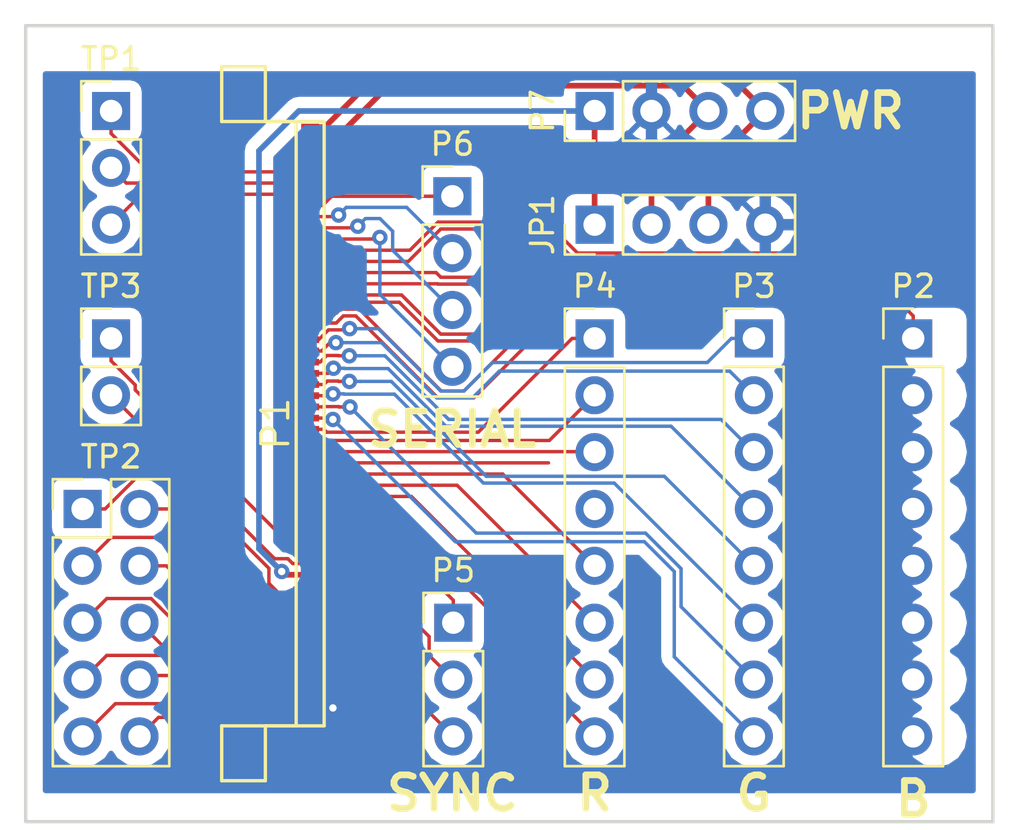
<source format=kicad_pcb>
(kicad_pcb (version 4) (host pcbnew 4.0.4-stable)

  (general
    (links 58)
    (no_connects 10)
    (area 105.334999 93.904999 148.665001 128.345001)
    (thickness 1.6)
    (drawings 12)
    (tracks 322)
    (zones 0)
    (modules 11)
    (nets 51)
  )

  (page A4)
  (layers
    (0 F.Cu signal)
    (31 B.Cu signal)
    (32 B.Adhes user)
    (33 F.Adhes user)
    (34 B.Paste user)
    (35 F.Paste user)
    (36 B.SilkS user)
    (37 F.SilkS user)
    (38 B.Mask user)
    (39 F.Mask user)
    (40 Dwgs.User user)
    (41 Cmts.User user)
    (42 Eco1.User user)
    (43 Eco2.User user)
    (44 Edge.Cuts user)
    (45 Margin user)
    (46 B.CrtYd user)
    (47 F.CrtYd user)
    (48 B.Fab user)
    (49 F.Fab user)
  )

  (setup
    (last_trace_width 0.1524)
    (user_trace_width 0.1524)
    (user_trace_width 0.2032)
    (user_trace_width 0.254)
    (trace_clearance 0.1524)
    (zone_clearance 0.508)
    (zone_45_only no)
    (trace_min 0.1524)
    (segment_width 0.2)
    (edge_width 0.15)
    (via_size 0.6858)
    (via_drill 0.3302)
    (via_min_size 0.6858)
    (via_min_drill 0.3302)
    (user_via 0.6858 0.3302)
    (uvia_size 0.381)
    (uvia_drill 0.127)
    (uvias_allowed no)
    (uvia_min_size 0)
    (uvia_min_drill 0)
    (pcb_text_width 0.3)
    (pcb_text_size 1.5 1.5)
    (mod_edge_width 0.15)
    (mod_text_size 1 1)
    (mod_text_width 0.15)
    (pad_size 1.524 1.524)
    (pad_drill 0.762)
    (pad_to_mask_clearance 0.2)
    (aux_axis_origin 0 0)
    (visible_elements FFFFFF7F)
    (pcbplotparams
      (layerselection 0x010f0_80000001)
      (usegerberextensions false)
      (excludeedgelayer true)
      (linewidth 0.100000)
      (plotframeref false)
      (viasonmask false)
      (mode 1)
      (useauxorigin false)
      (hpglpennumber 1)
      (hpglpenspeed 20)
      (hpglpendiameter 15)
      (hpglpenoverlay 2)
      (psnegative false)
      (psa4output false)
      (plotreference true)
      (plotvalue true)
      (plotinvisibletext false)
      (padsonsilk false)
      (subtractmaskfromsilk false)
      (outputformat 1)
      (mirror false)
      (drillshape 0)
      (scaleselection 1)
      (outputdirectory Gerber/))
  )

  (net 0 "")
  (net 1 /BACKLIGHT)
  (net 2 /Vdd)
  (net 3 /GND_BL)
  (net 4 /GND)
  (net 5 "Net-(P1-Pad5)")
  (net 6 "Net-(P1-Pad6)")
  (net 7 "Net-(P1-Pad7)")
  (net 8 "Net-(P1-Pad8)")
  (net 9 "Net-(P1-Pad9)")
  (net 10 "Net-(P1-Pad10)")
  (net 11 "Net-(P1-Pad11)")
  (net 12 "Net-(P1-Pad12)")
  (net 13 "Net-(P1-Pad13)")
  (net 14 "Net-(P1-Pad14)")
  (net 15 "Net-(P1-Pad15)")
  (net 16 "Net-(P1-Pad16)")
  (net 17 "Net-(P1-Pad17)")
  (net 18 "Net-(P1-Pad18)")
  (net 19 "Net-(P1-Pad19)")
  (net 20 "Net-(P1-Pad20)")
  (net 21 "Net-(P1-Pad21)")
  (net 22 "Net-(P1-Pad22)")
  (net 23 "Net-(P1-Pad23)")
  (net 24 "Net-(P1-Pad24)")
  (net 25 "Net-(P1-Pad25)")
  (net 26 "Net-(P1-Pad26)")
  (net 27 "Net-(P1-Pad27)")
  (net 28 "Net-(P1-Pad28)")
  (net 29 "Net-(P1-Pad29)")
  (net 30 "Net-(P1-Pad30)")
  (net 31 "Net-(P1-Pad31)")
  (net 32 "Net-(P1-Pad32)")
  (net 33 "Net-(P1-Pad33)")
  (net 34 "Net-(P1-Pad34)")
  (net 35 "Net-(P1-Pad35)")
  (net 36 "Net-(P1-Pad36)")
  (net 37 "Net-(P1-Pad37)")
  (net 38 "Net-(P1-Pad38)")
  (net 39 "Net-(P1-Pad39)")
  (net 40 "Net-(P1-Pad40)")
  (net 41 "Net-(P1-Pad43)")
  (net 42 "Net-(P1-Pad44)")
  (net 43 "Net-(P1-Pad45)")
  (net 44 "Net-(P1-Pad46)")
  (net 45 "Net-(P1-Pad47)")
  (net 46 "Net-(P1-Pad48)")
  (net 47 "Net-(P1-Pad49)")
  (net 48 "Net-(P1-Pad50)")
  (net 49 "Net-(P1-Pad51)")
  (net 50 "Net-(P1-Pad52)")

  (net_class Default "This is the default net class."
    (clearance 0.1524)
    (trace_width 0.1524)
    (via_dia 0.6858)
    (via_drill 0.3302)
    (uvia_dia 0.381)
    (uvia_drill 0.127)
    (add_net /BACKLIGHT)
    (add_net /GND)
    (add_net /GND_BL)
    (add_net /Vdd)
    (add_net "Net-(P1-Pad10)")
    (add_net "Net-(P1-Pad11)")
    (add_net "Net-(P1-Pad12)")
    (add_net "Net-(P1-Pad13)")
    (add_net "Net-(P1-Pad14)")
    (add_net "Net-(P1-Pad15)")
    (add_net "Net-(P1-Pad16)")
    (add_net "Net-(P1-Pad17)")
    (add_net "Net-(P1-Pad18)")
    (add_net "Net-(P1-Pad19)")
    (add_net "Net-(P1-Pad20)")
    (add_net "Net-(P1-Pad21)")
    (add_net "Net-(P1-Pad22)")
    (add_net "Net-(P1-Pad23)")
    (add_net "Net-(P1-Pad24)")
    (add_net "Net-(P1-Pad25)")
    (add_net "Net-(P1-Pad26)")
    (add_net "Net-(P1-Pad27)")
    (add_net "Net-(P1-Pad28)")
    (add_net "Net-(P1-Pad29)")
    (add_net "Net-(P1-Pad30)")
    (add_net "Net-(P1-Pad31)")
    (add_net "Net-(P1-Pad32)")
    (add_net "Net-(P1-Pad33)")
    (add_net "Net-(P1-Pad34)")
    (add_net "Net-(P1-Pad35)")
    (add_net "Net-(P1-Pad36)")
    (add_net "Net-(P1-Pad37)")
    (add_net "Net-(P1-Pad38)")
    (add_net "Net-(P1-Pad39)")
    (add_net "Net-(P1-Pad40)")
    (add_net "Net-(P1-Pad43)")
    (add_net "Net-(P1-Pad44)")
    (add_net "Net-(P1-Pad45)")
    (add_net "Net-(P1-Pad46)")
    (add_net "Net-(P1-Pad47)")
    (add_net "Net-(P1-Pad48)")
    (add_net "Net-(P1-Pad49)")
    (add_net "Net-(P1-Pad5)")
    (add_net "Net-(P1-Pad50)")
    (add_net "Net-(P1-Pad51)")
    (add_net "Net-(P1-Pad52)")
    (add_net "Net-(P1-Pad6)")
    (add_net "Net-(P1-Pad7)")
    (add_net "Net-(P1-Pad8)")
    (add_net "Net-(P1-Pad9)")
  )

  (module Local:Molex_FFC-51296-5494 (layer F.Cu) (tedit 598F888A) (tstamp 5990A4E5)
    (at 118.11 110.49 270)
    (tags Molex,FFC,FPC)
    (path /598F9A02)
    (fp_text reference P1 (at 0 1.55 270) (layer F.SilkS)
      (effects (font (size 1.2 1.2) (thickness 0.15)))
    )
    (fp_text value CONN_01X54 (at 0 2.9 270) (layer F.Fab)
      (effects (font (size 1.2 1.2) (thickness 0.15)))
    )
    (fp_line (start -13.5 -0.625) (end 13.5 -0.625) (layer F.SilkS) (width 0.15))
    (fp_line (start -13.5 0.625) (end 13.5 0.625) (layer F.SilkS) (width 0.15))
    (fp_line (start -13.5 0.625) (end -13.5 3.95) (layer F.SilkS) (width 0.15))
    (fp_line (start 13.5 0.625) (end 13.5 3.95) (layer F.SilkS) (width 0.15))
    (fp_line (start -13.5 3.95) (end -15.95 3.95) (layer F.SilkS) (width 0.15))
    (fp_line (start 13.5 3.95) (end 15.95 3.95) (layer F.SilkS) (width 0.15))
    (fp_line (start -15.95 3.95) (end -15.95 2) (layer F.SilkS) (width 0.15))
    (fp_line (start 15.95 3.95) (end 15.95 2) (layer F.SilkS) (width 0.15))
    (fp_line (start -15.95 2) (end -13.5 2) (layer F.SilkS) (width 0.15))
    (fp_line (start 15.95 2) (end 13.5 2) (layer F.SilkS) (width 0.15))
    (fp_line (start -13.5 2) (end -13.5 -0.625) (layer F.SilkS) (width 0.15))
    (fp_line (start 13.5 2) (end 13.5 -0.625) (layer F.SilkS) (width 0.15))
    (pad 1 smd rect (at -13.25 0 270) (size 0.3 0.8) (layers F.Cu F.Paste F.Mask)
      (net 3 /GND_BL))
    (pad 2 smd rect (at -12.75 0 270) (size 0.3 0.8) (layers F.Cu F.Paste F.Mask)
      (net 3 /GND_BL))
    (pad 3 smd rect (at -12.25 0 270) (size 0.3 0.8) (layers F.Cu F.Paste F.Mask)
      (net 1 /BACKLIGHT))
    (pad 4 smd rect (at -11.75 0 270) (size 0.3 0.8) (layers F.Cu F.Paste F.Mask)
      (net 1 /BACKLIGHT))
    (pad 5 smd rect (at -11.25 0 270) (size 0.3 0.8) (layers F.Cu F.Paste F.Mask)
      (net 5 "Net-(P1-Pad5)"))
    (pad 6 smd rect (at -10.75 0 270) (size 0.3 0.8) (layers F.Cu F.Paste F.Mask)
      (net 6 "Net-(P1-Pad6)"))
    (pad 7 smd rect (at -10.25 0 270) (size 0.3 0.8) (layers F.Cu F.Paste F.Mask)
      (net 7 "Net-(P1-Pad7)"))
    (pad 8 smd rect (at -9.75 0 270) (size 0.3 0.8) (layers F.Cu F.Paste F.Mask)
      (net 8 "Net-(P1-Pad8)"))
    (pad 9 smd rect (at -9.25 0 270) (size 0.3 0.8) (layers F.Cu F.Paste F.Mask)
      (net 9 "Net-(P1-Pad9)"))
    (pad 10 smd rect (at -8.75 0 270) (size 0.3 0.8) (layers F.Cu F.Paste F.Mask)
      (net 10 "Net-(P1-Pad10)"))
    (pad 11 smd rect (at -8.25 0 270) (size 0.3 0.8) (layers F.Cu F.Paste F.Mask)
      (net 11 "Net-(P1-Pad11)"))
    (pad 12 smd rect (at -7.75 0 270) (size 0.3 0.8) (layers F.Cu F.Paste F.Mask)
      (net 12 "Net-(P1-Pad12)"))
    (pad 13 smd rect (at -7.25 0 270) (size 0.3 0.8) (layers F.Cu F.Paste F.Mask)
      (net 13 "Net-(P1-Pad13)"))
    (pad 14 smd rect (at -6.75 0 270) (size 0.3 0.8) (layers F.Cu F.Paste F.Mask)
      (net 14 "Net-(P1-Pad14)"))
    (pad 15 smd rect (at -6.25 0 270) (size 0.3 0.8) (layers F.Cu F.Paste F.Mask)
      (net 15 "Net-(P1-Pad15)"))
    (pad 16 smd rect (at -5.75 0 270) (size 0.3 0.8) (layers F.Cu F.Paste F.Mask)
      (net 16 "Net-(P1-Pad16)"))
    (pad 17 smd rect (at -5.25 0 270) (size 0.3 0.8) (layers F.Cu F.Paste F.Mask)
      (net 17 "Net-(P1-Pad17)"))
    (pad 18 smd rect (at -4.75 0 270) (size 0.3 0.8) (layers F.Cu F.Paste F.Mask)
      (net 18 "Net-(P1-Pad18)"))
    (pad 19 smd rect (at -4.25 0 270) (size 0.3 0.8) (layers F.Cu F.Paste F.Mask)
      (net 19 "Net-(P1-Pad19)"))
    (pad 20 smd rect (at -3.75 0 270) (size 0.3 0.8) (layers F.Cu F.Paste F.Mask)
      (net 20 "Net-(P1-Pad20)"))
    (pad 21 smd rect (at -3.25 0 270) (size 0.3 0.8) (layers F.Cu F.Paste F.Mask)
      (net 21 "Net-(P1-Pad21)"))
    (pad 22 smd rect (at -2.75 0 270) (size 0.3 0.8) (layers F.Cu F.Paste F.Mask)
      (net 22 "Net-(P1-Pad22)"))
    (pad 23 smd rect (at -2.25 0 270) (size 0.3 0.8) (layers F.Cu F.Paste F.Mask)
      (net 23 "Net-(P1-Pad23)"))
    (pad 24 smd rect (at -1.75 0 270) (size 0.3 0.8) (layers F.Cu F.Paste F.Mask)
      (net 24 "Net-(P1-Pad24)"))
    (pad 25 smd rect (at -1.25 0 270) (size 0.3 0.8) (layers F.Cu F.Paste F.Mask)
      (net 25 "Net-(P1-Pad25)"))
    (pad 26 smd rect (at -0.75 0 270) (size 0.3 0.8) (layers F.Cu F.Paste F.Mask)
      (net 26 "Net-(P1-Pad26)"))
    (pad 27 smd rect (at -0.25 0 270) (size 0.3 0.8) (layers F.Cu F.Paste F.Mask)
      (net 27 "Net-(P1-Pad27)"))
    (pad 28 smd rect (at 0.25 0 270) (size 0.3 0.8) (layers F.Cu F.Paste F.Mask)
      (net 28 "Net-(P1-Pad28)"))
    (pad 29 smd rect (at 0.75 0 270) (size 0.3 0.8) (layers F.Cu F.Paste F.Mask)
      (net 29 "Net-(P1-Pad29)"))
    (pad 30 smd rect (at 1.25 0 270) (size 0.3 0.8) (layers F.Cu F.Paste F.Mask)
      (net 30 "Net-(P1-Pad30)"))
    (pad 31 smd rect (at 1.75 0 270) (size 0.3 0.8) (layers F.Cu F.Paste F.Mask)
      (net 31 "Net-(P1-Pad31)"))
    (pad 32 smd rect (at 2.25 0 270) (size 0.3 0.8) (layers F.Cu F.Paste F.Mask)
      (net 32 "Net-(P1-Pad32)"))
    (pad 33 smd rect (at 2.75 0 270) (size 0.3 0.8) (layers F.Cu F.Paste F.Mask)
      (net 33 "Net-(P1-Pad33)"))
    (pad 34 smd rect (at 3.25 0 270) (size 0.3 0.8) (layers F.Cu F.Paste F.Mask)
      (net 34 "Net-(P1-Pad34)"))
    (pad 35 smd rect (at 3.75 0 270) (size 0.3 0.8) (layers F.Cu F.Paste F.Mask)
      (net 35 "Net-(P1-Pad35)"))
    (pad 36 smd rect (at 4.25 0 270) (size 0.3 0.8) (layers F.Cu F.Paste F.Mask)
      (net 36 "Net-(P1-Pad36)"))
    (pad 37 smd rect (at 4.75 0 270) (size 0.3 0.8) (layers F.Cu F.Paste F.Mask)
      (net 37 "Net-(P1-Pad37)"))
    (pad 38 smd rect (at 5.25 0 270) (size 0.3 0.8) (layers F.Cu F.Paste F.Mask)
      (net 38 "Net-(P1-Pad38)"))
    (pad 39 smd rect (at 5.75 0 270) (size 0.3 0.8) (layers F.Cu F.Paste F.Mask)
      (net 39 "Net-(P1-Pad39)"))
    (pad 40 smd rect (at 6.25 0 270) (size 0.3 0.8) (layers F.Cu F.Paste F.Mask)
      (net 40 "Net-(P1-Pad40)"))
    (pad 41 smd rect (at 6.75 0 270) (size 0.3 0.8) (layers F.Cu F.Paste F.Mask)
      (net 2 /Vdd))
    (pad 42 smd rect (at 7.25 0 270) (size 0.3 0.8) (layers F.Cu F.Paste F.Mask)
      (net 2 /Vdd))
    (pad 43 smd rect (at 7.75 0 270) (size 0.3 0.8) (layers F.Cu F.Paste F.Mask)
      (net 41 "Net-(P1-Pad43)"))
    (pad 44 smd rect (at 8.25 0 270) (size 0.3 0.8) (layers F.Cu F.Paste F.Mask)
      (net 42 "Net-(P1-Pad44)"))
    (pad 45 smd rect (at 8.75 0 270) (size 0.3 0.8) (layers F.Cu F.Paste F.Mask)
      (net 43 "Net-(P1-Pad45)"))
    (pad 46 smd rect (at 9.25 0 270) (size 0.3 0.8) (layers F.Cu F.Paste F.Mask)
      (net 44 "Net-(P1-Pad46)"))
    (pad 47 smd rect (at 9.75 0 270) (size 0.3 0.8) (layers F.Cu F.Paste F.Mask)
      (net 45 "Net-(P1-Pad47)"))
    (pad 48 smd rect (at 10.25 0 270) (size 0.3 0.8) (layers F.Cu F.Paste F.Mask)
      (net 46 "Net-(P1-Pad48)"))
    (pad 49 smd rect (at 10.75 0 270) (size 0.3 0.8) (layers F.Cu F.Paste F.Mask)
      (net 47 "Net-(P1-Pad49)"))
    (pad 50 smd rect (at 11.25 0 270) (size 0.3 0.8) (layers F.Cu F.Paste F.Mask)
      (net 48 "Net-(P1-Pad50)"))
    (pad 51 smd rect (at 11.75 0 270) (size 0.3 0.8) (layers F.Cu F.Paste F.Mask)
      (net 49 "Net-(P1-Pad51)"))
    (pad 52 smd rect (at 12.25 0 270) (size 0.3 0.8) (layers F.Cu F.Paste F.Mask)
      (net 50 "Net-(P1-Pad52)"))
    (pad 53 smd rect (at 12.75 0 270) (size 0.3 0.8) (layers F.Cu F.Paste F.Mask)
      (net 4 /GND))
    (pad 54 smd rect (at 13.25 0 270) (size 0.3 0.8) (layers F.Cu F.Paste F.Mask)
      (net 4 /GND))
    (pad 0 smd rect (at -14.8 3.05 270) (size 1.4 1.5) (layers F.Cu F.Paste F.Mask))
    (pad 0 smd rect (at 14.8 3.05 270) (size 1.4 1.5) (layers F.Cu F.Paste F.Mask))
  )

  (module Pin_Headers:Pin_Header_Straight_1x08_Pitch2.54mm (layer F.Cu) (tedit 59650532) (tstamp 5990A74F)
    (at 137.922 106.68)
    (descr "Through hole straight pin header, 1x08, 2.54mm pitch, single row")
    (tags "Through hole pin header THT 1x08 2.54mm single row")
    (path /59909E4E)
    (fp_text reference P3 (at 0 -2.33) (layer F.SilkS)
      (effects (font (size 1 1) (thickness 0.15)))
    )
    (fp_text value CONN_01X08 (at 0 20.11) (layer F.Fab)
      (effects (font (size 1 1) (thickness 0.15)))
    )
    (fp_line (start -0.635 -1.27) (end 1.27 -1.27) (layer F.Fab) (width 0.1))
    (fp_line (start 1.27 -1.27) (end 1.27 19.05) (layer F.Fab) (width 0.1))
    (fp_line (start 1.27 19.05) (end -1.27 19.05) (layer F.Fab) (width 0.1))
    (fp_line (start -1.27 19.05) (end -1.27 -0.635) (layer F.Fab) (width 0.1))
    (fp_line (start -1.27 -0.635) (end -0.635 -1.27) (layer F.Fab) (width 0.1))
    (fp_line (start -1.33 19.11) (end 1.33 19.11) (layer F.SilkS) (width 0.12))
    (fp_line (start -1.33 1.27) (end -1.33 19.11) (layer F.SilkS) (width 0.12))
    (fp_line (start 1.33 1.27) (end 1.33 19.11) (layer F.SilkS) (width 0.12))
    (fp_line (start -1.33 1.27) (end 1.33 1.27) (layer F.SilkS) (width 0.12))
    (fp_line (start -1.33 0) (end -1.33 -1.33) (layer F.SilkS) (width 0.12))
    (fp_line (start -1.33 -1.33) (end 0 -1.33) (layer F.SilkS) (width 0.12))
    (fp_line (start -1.8 -1.8) (end -1.8 19.55) (layer F.CrtYd) (width 0.05))
    (fp_line (start -1.8 19.55) (end 1.8 19.55) (layer F.CrtYd) (width 0.05))
    (fp_line (start 1.8 19.55) (end 1.8 -1.8) (layer F.CrtYd) (width 0.05))
    (fp_line (start 1.8 -1.8) (end -1.8 -1.8) (layer F.CrtYd) (width 0.05))
    (fp_text user %R (at 0 8.89 90) (layer F.Fab)
      (effects (font (size 1 1) (thickness 0.15)))
    )
    (pad 1 thru_hole rect (at 0 0) (size 1.7 1.7) (drill 1) (layers *.Cu *.Mask)
      (net 20 "Net-(P1-Pad20)"))
    (pad 2 thru_hole oval (at 0 2.54) (size 1.7 1.7) (drill 1) (layers *.Cu *.Mask)
      (net 21 "Net-(P1-Pad21)"))
    (pad 3 thru_hole oval (at 0 5.08) (size 1.7 1.7) (drill 1) (layers *.Cu *.Mask)
      (net 22 "Net-(P1-Pad22)"))
    (pad 4 thru_hole oval (at 0 7.62) (size 1.7 1.7) (drill 1) (layers *.Cu *.Mask)
      (net 23 "Net-(P1-Pad23)"))
    (pad 5 thru_hole oval (at 0 10.16) (size 1.7 1.7) (drill 1) (layers *.Cu *.Mask)
      (net 24 "Net-(P1-Pad24)"))
    (pad 6 thru_hole oval (at 0 12.7) (size 1.7 1.7) (drill 1) (layers *.Cu *.Mask)
      (net 25 "Net-(P1-Pad25)"))
    (pad 7 thru_hole oval (at 0 15.24) (size 1.7 1.7) (drill 1) (layers *.Cu *.Mask)
      (net 26 "Net-(P1-Pad26)"))
    (pad 8 thru_hole oval (at 0 17.78) (size 1.7 1.7) (drill 1) (layers *.Cu *.Mask)
      (net 27 "Net-(P1-Pad27)"))
    (model ${KISYS3DMOD}/Pin_Headers.3dshapes/Pin_Header_Straight_1x08_Pitch2.54mm.wrl
      (at (xyz 0 0 0))
      (scale (xyz 1 1 1))
      (rotate (xyz 0 0 0))
    )
  )

  (module Pin_Headers:Pin_Header_Straight_1x08_Pitch2.54mm (layer F.Cu) (tedit 59650532) (tstamp 5990A75B)
    (at 130.81 106.68)
    (descr "Through hole straight pin header, 1x08, 2.54mm pitch, single row")
    (tags "Through hole pin header THT 1x08 2.54mm single row")
    (path /59909E81)
    (fp_text reference P4 (at 0 -2.33) (layer F.SilkS)
      (effects (font (size 1 1) (thickness 0.15)))
    )
    (fp_text value CONN_01X08 (at 0 20.11) (layer F.Fab)
      (effects (font (size 1 1) (thickness 0.15)))
    )
    (fp_line (start -0.635 -1.27) (end 1.27 -1.27) (layer F.Fab) (width 0.1))
    (fp_line (start 1.27 -1.27) (end 1.27 19.05) (layer F.Fab) (width 0.1))
    (fp_line (start 1.27 19.05) (end -1.27 19.05) (layer F.Fab) (width 0.1))
    (fp_line (start -1.27 19.05) (end -1.27 -0.635) (layer F.Fab) (width 0.1))
    (fp_line (start -1.27 -0.635) (end -0.635 -1.27) (layer F.Fab) (width 0.1))
    (fp_line (start -1.33 19.11) (end 1.33 19.11) (layer F.SilkS) (width 0.12))
    (fp_line (start -1.33 1.27) (end -1.33 19.11) (layer F.SilkS) (width 0.12))
    (fp_line (start 1.33 1.27) (end 1.33 19.11) (layer F.SilkS) (width 0.12))
    (fp_line (start -1.33 1.27) (end 1.33 1.27) (layer F.SilkS) (width 0.12))
    (fp_line (start -1.33 0) (end -1.33 -1.33) (layer F.SilkS) (width 0.12))
    (fp_line (start -1.33 -1.33) (end 0 -1.33) (layer F.SilkS) (width 0.12))
    (fp_line (start -1.8 -1.8) (end -1.8 19.55) (layer F.CrtYd) (width 0.05))
    (fp_line (start -1.8 19.55) (end 1.8 19.55) (layer F.CrtYd) (width 0.05))
    (fp_line (start 1.8 19.55) (end 1.8 -1.8) (layer F.CrtYd) (width 0.05))
    (fp_line (start 1.8 -1.8) (end -1.8 -1.8) (layer F.CrtYd) (width 0.05))
    (fp_text user %R (at 0 8.89 90) (layer F.Fab)
      (effects (font (size 1 1) (thickness 0.15)))
    )
    (pad 1 thru_hole rect (at 0 0) (size 1.7 1.7) (drill 1) (layers *.Cu *.Mask)
      (net 28 "Net-(P1-Pad28)"))
    (pad 2 thru_hole oval (at 0 2.54) (size 1.7 1.7) (drill 1) (layers *.Cu *.Mask)
      (net 29 "Net-(P1-Pad29)"))
    (pad 3 thru_hole oval (at 0 5.08) (size 1.7 1.7) (drill 1) (layers *.Cu *.Mask)
      (net 30 "Net-(P1-Pad30)"))
    (pad 4 thru_hole oval (at 0 7.62) (size 1.7 1.7) (drill 1) (layers *.Cu *.Mask)
      (net 31 "Net-(P1-Pad31)"))
    (pad 5 thru_hole oval (at 0 10.16) (size 1.7 1.7) (drill 1) (layers *.Cu *.Mask)
      (net 32 "Net-(P1-Pad32)"))
    (pad 6 thru_hole oval (at 0 12.7) (size 1.7 1.7) (drill 1) (layers *.Cu *.Mask)
      (net 33 "Net-(P1-Pad33)"))
    (pad 7 thru_hole oval (at 0 15.24) (size 1.7 1.7) (drill 1) (layers *.Cu *.Mask)
      (net 34 "Net-(P1-Pad34)"))
    (pad 8 thru_hole oval (at 0 17.78) (size 1.7 1.7) (drill 1) (layers *.Cu *.Mask)
      (net 35 "Net-(P1-Pad35)"))
    (model ${KISYS3DMOD}/Pin_Headers.3dshapes/Pin_Header_Straight_1x08_Pitch2.54mm.wrl
      (at (xyz 0 0 0))
      (scale (xyz 1 1 1))
      (rotate (xyz 0 0 0))
    )
  )

  (module Pin_Headers:Pin_Header_Straight_1x03_Pitch2.54mm (layer F.Cu) (tedit 59650532) (tstamp 5990A762)
    (at 124.5 119.38)
    (descr "Through hole straight pin header, 1x03, 2.54mm pitch, single row")
    (tags "Through hole pin header THT 1x03 2.54mm single row")
    (path /5990A56C)
    (fp_text reference P5 (at 0 -2.33) (layer F.SilkS)
      (effects (font (size 1 1) (thickness 0.15)))
    )
    (fp_text value CONN_01X03 (at 0 7.41) (layer F.Fab)
      (effects (font (size 1 1) (thickness 0.15)))
    )
    (fp_line (start -0.635 -1.27) (end 1.27 -1.27) (layer F.Fab) (width 0.1))
    (fp_line (start 1.27 -1.27) (end 1.27 6.35) (layer F.Fab) (width 0.1))
    (fp_line (start 1.27 6.35) (end -1.27 6.35) (layer F.Fab) (width 0.1))
    (fp_line (start -1.27 6.35) (end -1.27 -0.635) (layer F.Fab) (width 0.1))
    (fp_line (start -1.27 -0.635) (end -0.635 -1.27) (layer F.Fab) (width 0.1))
    (fp_line (start -1.33 6.41) (end 1.33 6.41) (layer F.SilkS) (width 0.12))
    (fp_line (start -1.33 1.27) (end -1.33 6.41) (layer F.SilkS) (width 0.12))
    (fp_line (start 1.33 1.27) (end 1.33 6.41) (layer F.SilkS) (width 0.12))
    (fp_line (start -1.33 1.27) (end 1.33 1.27) (layer F.SilkS) (width 0.12))
    (fp_line (start -1.33 0) (end -1.33 -1.33) (layer F.SilkS) (width 0.12))
    (fp_line (start -1.33 -1.33) (end 0 -1.33) (layer F.SilkS) (width 0.12))
    (fp_line (start -1.8 -1.8) (end -1.8 6.85) (layer F.CrtYd) (width 0.05))
    (fp_line (start -1.8 6.85) (end 1.8 6.85) (layer F.CrtYd) (width 0.05))
    (fp_line (start 1.8 6.85) (end 1.8 -1.8) (layer F.CrtYd) (width 0.05))
    (fp_line (start 1.8 -1.8) (end -1.8 -1.8) (layer F.CrtYd) (width 0.05))
    (fp_text user %R (at 0 2.54 90) (layer F.Fab)
      (effects (font (size 1 1) (thickness 0.15)))
    )
    (pad 1 thru_hole rect (at 0 0) (size 1.7 1.7) (drill 1) (layers *.Cu *.Mask)
      (net 36 "Net-(P1-Pad36)"))
    (pad 2 thru_hole oval (at 0 2.54) (size 1.7 1.7) (drill 1) (layers *.Cu *.Mask)
      (net 37 "Net-(P1-Pad37)"))
    (pad 3 thru_hole oval (at 0 5.08) (size 1.7 1.7) (drill 1) (layers *.Cu *.Mask)
      (net 38 "Net-(P1-Pad38)"))
    (model ${KISYS3DMOD}/Pin_Headers.3dshapes/Pin_Header_Straight_1x03_Pitch2.54mm.wrl
      (at (xyz 0 0 0))
      (scale (xyz 1 1 1))
      (rotate (xyz 0 0 0))
    )
  )

  (module Pin_Headers:Pin_Header_Straight_1x04_Pitch2.54mm (layer F.Cu) (tedit 59650532) (tstamp 5990A76A)
    (at 124.46 100.33)
    (descr "Through hole straight pin header, 1x04, 2.54mm pitch, single row")
    (tags "Through hole pin header THT 1x04 2.54mm single row")
    (path /5990A069)
    (fp_text reference P6 (at 0 -2.33) (layer F.SilkS)
      (effects (font (size 1 1) (thickness 0.15)))
    )
    (fp_text value CONN_01X04 (at 0 9.95) (layer F.Fab)
      (effects (font (size 1 1) (thickness 0.15)))
    )
    (fp_line (start -0.635 -1.27) (end 1.27 -1.27) (layer F.Fab) (width 0.1))
    (fp_line (start 1.27 -1.27) (end 1.27 8.89) (layer F.Fab) (width 0.1))
    (fp_line (start 1.27 8.89) (end -1.27 8.89) (layer F.Fab) (width 0.1))
    (fp_line (start -1.27 8.89) (end -1.27 -0.635) (layer F.Fab) (width 0.1))
    (fp_line (start -1.27 -0.635) (end -0.635 -1.27) (layer F.Fab) (width 0.1))
    (fp_line (start -1.33 8.95) (end 1.33 8.95) (layer F.SilkS) (width 0.12))
    (fp_line (start -1.33 1.27) (end -1.33 8.95) (layer F.SilkS) (width 0.12))
    (fp_line (start 1.33 1.27) (end 1.33 8.95) (layer F.SilkS) (width 0.12))
    (fp_line (start -1.33 1.27) (end 1.33 1.27) (layer F.SilkS) (width 0.12))
    (fp_line (start -1.33 0) (end -1.33 -1.33) (layer F.SilkS) (width 0.12))
    (fp_line (start -1.33 -1.33) (end 0 -1.33) (layer F.SilkS) (width 0.12))
    (fp_line (start -1.8 -1.8) (end -1.8 9.4) (layer F.CrtYd) (width 0.05))
    (fp_line (start -1.8 9.4) (end 1.8 9.4) (layer F.CrtYd) (width 0.05))
    (fp_line (start 1.8 9.4) (end 1.8 -1.8) (layer F.CrtYd) (width 0.05))
    (fp_line (start 1.8 -1.8) (end -1.8 -1.8) (layer F.CrtYd) (width 0.05))
    (fp_text user %R (at 0 3.81 90) (layer F.Fab)
      (effects (font (size 1 1) (thickness 0.15)))
    )
    (pad 1 thru_hole rect (at 0 0) (size 1.7 1.7) (drill 1) (layers *.Cu *.Mask)
      (net 8 "Net-(P1-Pad8)"))
    (pad 2 thru_hole oval (at 0 2.54) (size 1.7 1.7) (drill 1) (layers *.Cu *.Mask)
      (net 9 "Net-(P1-Pad9)"))
    (pad 3 thru_hole oval (at 0 5.08) (size 1.7 1.7) (drill 1) (layers *.Cu *.Mask)
      (net 10 "Net-(P1-Pad10)"))
    (pad 4 thru_hole oval (at 0 7.62) (size 1.7 1.7) (drill 1) (layers *.Cu *.Mask)
      (net 11 "Net-(P1-Pad11)"))
    (model ${KISYS3DMOD}/Pin_Headers.3dshapes/Pin_Header_Straight_1x04_Pitch2.54mm.wrl
      (at (xyz 0 0 0))
      (scale (xyz 1 1 1))
      (rotate (xyz 0 0 0))
    )
  )

  (module Pin_Headers:Pin_Header_Straight_1x04_Pitch2.54mm (layer F.Cu) (tedit 59650532) (tstamp 5990A772)
    (at 130.81 96.52 90)
    (descr "Through hole straight pin header, 1x04, 2.54mm pitch, single row")
    (tags "Through hole pin header THT 1x04 2.54mm single row")
    (path /5990A9EC)
    (fp_text reference P7 (at 0 -2.33 90) (layer F.SilkS)
      (effects (font (size 1 1) (thickness 0.15)))
    )
    (fp_text value CONN_01X04 (at 0 9.95 90) (layer F.Fab)
      (effects (font (size 1 1) (thickness 0.15)))
    )
    (fp_line (start -0.635 -1.27) (end 1.27 -1.27) (layer F.Fab) (width 0.1))
    (fp_line (start 1.27 -1.27) (end 1.27 8.89) (layer F.Fab) (width 0.1))
    (fp_line (start 1.27 8.89) (end -1.27 8.89) (layer F.Fab) (width 0.1))
    (fp_line (start -1.27 8.89) (end -1.27 -0.635) (layer F.Fab) (width 0.1))
    (fp_line (start -1.27 -0.635) (end -0.635 -1.27) (layer F.Fab) (width 0.1))
    (fp_line (start -1.33 8.95) (end 1.33 8.95) (layer F.SilkS) (width 0.12))
    (fp_line (start -1.33 1.27) (end -1.33 8.95) (layer F.SilkS) (width 0.12))
    (fp_line (start 1.33 1.27) (end 1.33 8.95) (layer F.SilkS) (width 0.12))
    (fp_line (start -1.33 1.27) (end 1.33 1.27) (layer F.SilkS) (width 0.12))
    (fp_line (start -1.33 0) (end -1.33 -1.33) (layer F.SilkS) (width 0.12))
    (fp_line (start -1.33 -1.33) (end 0 -1.33) (layer F.SilkS) (width 0.12))
    (fp_line (start -1.8 -1.8) (end -1.8 9.4) (layer F.CrtYd) (width 0.05))
    (fp_line (start -1.8 9.4) (end 1.8 9.4) (layer F.CrtYd) (width 0.05))
    (fp_line (start 1.8 9.4) (end 1.8 -1.8) (layer F.CrtYd) (width 0.05))
    (fp_line (start 1.8 -1.8) (end -1.8 -1.8) (layer F.CrtYd) (width 0.05))
    (fp_text user %R (at 0 3.81 180) (layer F.Fab)
      (effects (font (size 1 1) (thickness 0.15)))
    )
    (pad 1 thru_hole rect (at 0 0 90) (size 1.7 1.7) (drill 1) (layers *.Cu *.Mask)
      (net 2 /Vdd))
    (pad 2 thru_hole oval (at 0 2.54 90) (size 1.7 1.7) (drill 1) (layers *.Cu *.Mask)
      (net 4 /GND))
    (pad 3 thru_hole oval (at 0 5.08 90) (size 1.7 1.7) (drill 1) (layers *.Cu *.Mask)
      (net 1 /BACKLIGHT))
    (pad 4 thru_hole oval (at 0 7.62 90) (size 1.7 1.7) (drill 1) (layers *.Cu *.Mask)
      (net 3 /GND_BL))
    (model ${KISYS3DMOD}/Pin_Headers.3dshapes/Pin_Header_Straight_1x04_Pitch2.54mm.wrl
      (at (xyz 0 0 0))
      (scale (xyz 1 1 1))
      (rotate (xyz 0 0 0))
    )
  )

  (module Pin_Headers:Pin_Header_Straight_1x03_Pitch2.54mm (layer F.Cu) (tedit 59650532) (tstamp 5990A779)
    (at 109.22 96.52)
    (descr "Through hole straight pin header, 1x03, 2.54mm pitch, single row")
    (tags "Through hole pin header THT 1x03 2.54mm single row")
    (path /59909FDE)
    (fp_text reference TP1 (at 0 -2.33) (layer F.SilkS)
      (effects (font (size 1 1) (thickness 0.15)))
    )
    (fp_text value CONN_01X03 (at 0 7.41) (layer F.Fab)
      (effects (font (size 1 1) (thickness 0.15)))
    )
    (fp_line (start -0.635 -1.27) (end 1.27 -1.27) (layer F.Fab) (width 0.1))
    (fp_line (start 1.27 -1.27) (end 1.27 6.35) (layer F.Fab) (width 0.1))
    (fp_line (start 1.27 6.35) (end -1.27 6.35) (layer F.Fab) (width 0.1))
    (fp_line (start -1.27 6.35) (end -1.27 -0.635) (layer F.Fab) (width 0.1))
    (fp_line (start -1.27 -0.635) (end -0.635 -1.27) (layer F.Fab) (width 0.1))
    (fp_line (start -1.33 6.41) (end 1.33 6.41) (layer F.SilkS) (width 0.12))
    (fp_line (start -1.33 1.27) (end -1.33 6.41) (layer F.SilkS) (width 0.12))
    (fp_line (start 1.33 1.27) (end 1.33 6.41) (layer F.SilkS) (width 0.12))
    (fp_line (start -1.33 1.27) (end 1.33 1.27) (layer F.SilkS) (width 0.12))
    (fp_line (start -1.33 0) (end -1.33 -1.33) (layer F.SilkS) (width 0.12))
    (fp_line (start -1.33 -1.33) (end 0 -1.33) (layer F.SilkS) (width 0.12))
    (fp_line (start -1.8 -1.8) (end -1.8 6.85) (layer F.CrtYd) (width 0.05))
    (fp_line (start -1.8 6.85) (end 1.8 6.85) (layer F.CrtYd) (width 0.05))
    (fp_line (start 1.8 6.85) (end 1.8 -1.8) (layer F.CrtYd) (width 0.05))
    (fp_line (start 1.8 -1.8) (end -1.8 -1.8) (layer F.CrtYd) (width 0.05))
    (fp_text user %R (at 0 2.54 90) (layer F.Fab)
      (effects (font (size 1 1) (thickness 0.15)))
    )
    (pad 1 thru_hole rect (at 0 0) (size 1.7 1.7) (drill 1) (layers *.Cu *.Mask)
      (net 5 "Net-(P1-Pad5)"))
    (pad 2 thru_hole oval (at 0 2.54) (size 1.7 1.7) (drill 1) (layers *.Cu *.Mask)
      (net 6 "Net-(P1-Pad6)"))
    (pad 3 thru_hole oval (at 0 5.08) (size 1.7 1.7) (drill 1) (layers *.Cu *.Mask)
      (net 7 "Net-(P1-Pad7)"))
    (model ${KISYS3DMOD}/Pin_Headers.3dshapes/Pin_Header_Straight_1x03_Pitch2.54mm.wrl
      (at (xyz 0 0 0))
      (scale (xyz 1 1 1))
      (rotate (xyz 0 0 0))
    )
  )

  (module Pin_Headers:Pin_Header_Straight_1x04_Pitch2.54mm (layer F.Cu) (tedit 59650532) (tstamp 5990A9C9)
    (at 130.81 101.6 90)
    (descr "Through hole straight pin header, 1x04, 2.54mm pitch, single row")
    (tags "Through hole pin header THT 1x04 2.54mm single row")
    (path /5990DBB1)
    (fp_text reference JP1 (at 0 -2.33 90) (layer F.SilkS)
      (effects (font (size 1 1) (thickness 0.15)))
    )
    (fp_text value CONN_01X04 (at 0 9.95 90) (layer F.Fab)
      (effects (font (size 1 1) (thickness 0.15)))
    )
    (fp_line (start -0.635 -1.27) (end 1.27 -1.27) (layer F.Fab) (width 0.1))
    (fp_line (start 1.27 -1.27) (end 1.27 8.89) (layer F.Fab) (width 0.1))
    (fp_line (start 1.27 8.89) (end -1.27 8.89) (layer F.Fab) (width 0.1))
    (fp_line (start -1.27 8.89) (end -1.27 -0.635) (layer F.Fab) (width 0.1))
    (fp_line (start -1.27 -0.635) (end -0.635 -1.27) (layer F.Fab) (width 0.1))
    (fp_line (start -1.33 8.95) (end 1.33 8.95) (layer F.SilkS) (width 0.12))
    (fp_line (start -1.33 1.27) (end -1.33 8.95) (layer F.SilkS) (width 0.12))
    (fp_line (start 1.33 1.27) (end 1.33 8.95) (layer F.SilkS) (width 0.12))
    (fp_line (start -1.33 1.27) (end 1.33 1.27) (layer F.SilkS) (width 0.12))
    (fp_line (start -1.33 0) (end -1.33 -1.33) (layer F.SilkS) (width 0.12))
    (fp_line (start -1.33 -1.33) (end 0 -1.33) (layer F.SilkS) (width 0.12))
    (fp_line (start -1.8 -1.8) (end -1.8 9.4) (layer F.CrtYd) (width 0.05))
    (fp_line (start -1.8 9.4) (end 1.8 9.4) (layer F.CrtYd) (width 0.05))
    (fp_line (start 1.8 9.4) (end 1.8 -1.8) (layer F.CrtYd) (width 0.05))
    (fp_line (start 1.8 -1.8) (end -1.8 -1.8) (layer F.CrtYd) (width 0.05))
    (fp_text user %R (at 0 3.81 180) (layer F.Fab)
      (effects (font (size 1 1) (thickness 0.15)))
    )
    (pad 1 thru_hole rect (at 0 0 90) (size 1.7 1.7) (drill 1) (layers *.Cu *.Mask)
      (net 2 /Vdd))
    (pad 2 thru_hole oval (at 0 2.54 90) (size 1.7 1.7) (drill 1) (layers *.Cu *.Mask)
      (net 1 /BACKLIGHT))
    (pad 3 thru_hole oval (at 0 5.08 90) (size 1.7 1.7) (drill 1) (layers *.Cu *.Mask)
      (net 4 /GND))
    (pad 4 thru_hole oval (at 0 7.62 90) (size 1.7 1.7) (drill 1) (layers *.Cu *.Mask)
      (net 3 /GND_BL))
    (model ${KISYS3DMOD}/Pin_Headers.3dshapes/Pin_Header_Straight_1x04_Pitch2.54mm.wrl
      (at (xyz 0 0 0))
      (scale (xyz 1 1 1))
      (rotate (xyz 0 0 0))
    )
  )

  (module Pin_Headers:Pin_Header_Straight_2x05_Pitch2.54mm (layer F.Cu) (tedit 59650532) (tstamp 5990AAEE)
    (at 107.95 114.3)
    (descr "Through hole straight pin header, 2x05, 2.54mm pitch, double rows")
    (tags "Through hole pin header THT 2x05 2.54mm double row")
    (path /5990B4B4)
    (fp_text reference TP2 (at 1.27 -2.33) (layer F.SilkS)
      (effects (font (size 1 1) (thickness 0.15)))
    )
    (fp_text value CONN_01X10 (at 1.27 12.49) (layer F.Fab)
      (effects (font (size 1 1) (thickness 0.15)))
    )
    (fp_line (start 0 -1.27) (end 3.81 -1.27) (layer F.Fab) (width 0.1))
    (fp_line (start 3.81 -1.27) (end 3.81 11.43) (layer F.Fab) (width 0.1))
    (fp_line (start 3.81 11.43) (end -1.27 11.43) (layer F.Fab) (width 0.1))
    (fp_line (start -1.27 11.43) (end -1.27 0) (layer F.Fab) (width 0.1))
    (fp_line (start -1.27 0) (end 0 -1.27) (layer F.Fab) (width 0.1))
    (fp_line (start -1.33 11.49) (end 3.87 11.49) (layer F.SilkS) (width 0.12))
    (fp_line (start -1.33 1.27) (end -1.33 11.49) (layer F.SilkS) (width 0.12))
    (fp_line (start 3.87 -1.33) (end 3.87 11.49) (layer F.SilkS) (width 0.12))
    (fp_line (start -1.33 1.27) (end 1.27 1.27) (layer F.SilkS) (width 0.12))
    (fp_line (start 1.27 1.27) (end 1.27 -1.33) (layer F.SilkS) (width 0.12))
    (fp_line (start 1.27 -1.33) (end 3.87 -1.33) (layer F.SilkS) (width 0.12))
    (fp_line (start -1.33 0) (end -1.33 -1.33) (layer F.SilkS) (width 0.12))
    (fp_line (start -1.33 -1.33) (end 0 -1.33) (layer F.SilkS) (width 0.12))
    (fp_line (start -1.8 -1.8) (end -1.8 11.95) (layer F.CrtYd) (width 0.05))
    (fp_line (start -1.8 11.95) (end 4.35 11.95) (layer F.CrtYd) (width 0.05))
    (fp_line (start 4.35 11.95) (end 4.35 -1.8) (layer F.CrtYd) (width 0.05))
    (fp_line (start 4.35 -1.8) (end -1.8 -1.8) (layer F.CrtYd) (width 0.05))
    (fp_text user %R (at 1.27 5.08 90) (layer F.Fab)
      (effects (font (size 1 1) (thickness 0.15)))
    )
    (pad 1 thru_hole rect (at 0 0) (size 1.7 1.7) (drill 1) (layers *.Cu *.Mask)
      (net 41 "Net-(P1-Pad43)"))
    (pad 2 thru_hole oval (at 2.54 0) (size 1.7 1.7) (drill 1) (layers *.Cu *.Mask)
      (net 42 "Net-(P1-Pad44)"))
    (pad 3 thru_hole oval (at 0 2.54) (size 1.7 1.7) (drill 1) (layers *.Cu *.Mask)
      (net 43 "Net-(P1-Pad45)"))
    (pad 4 thru_hole oval (at 2.54 2.54) (size 1.7 1.7) (drill 1) (layers *.Cu *.Mask)
      (net 44 "Net-(P1-Pad46)"))
    (pad 5 thru_hole oval (at 0 5.08) (size 1.7 1.7) (drill 1) (layers *.Cu *.Mask)
      (net 45 "Net-(P1-Pad47)"))
    (pad 6 thru_hole oval (at 2.54 5.08) (size 1.7 1.7) (drill 1) (layers *.Cu *.Mask)
      (net 46 "Net-(P1-Pad48)"))
    (pad 7 thru_hole oval (at 0 7.62) (size 1.7 1.7) (drill 1) (layers *.Cu *.Mask)
      (net 47 "Net-(P1-Pad49)"))
    (pad 8 thru_hole oval (at 2.54 7.62) (size 1.7 1.7) (drill 1) (layers *.Cu *.Mask)
      (net 48 "Net-(P1-Pad50)"))
    (pad 9 thru_hole oval (at 0 10.16) (size 1.7 1.7) (drill 1) (layers *.Cu *.Mask)
      (net 49 "Net-(P1-Pad51)"))
    (pad 10 thru_hole oval (at 2.54 10.16) (size 1.7 1.7) (drill 1) (layers *.Cu *.Mask)
      (net 50 "Net-(P1-Pad52)"))
    (model ${KISYS3DMOD}/Pin_Headers.3dshapes/Pin_Header_Straight_2x05_Pitch2.54mm.wrl
      (at (xyz 0 0 0))
      (scale (xyz 1 1 1))
      (rotate (xyz 0 0 0))
    )
  )

  (module Pin_Headers:Pin_Header_Straight_1x02_Pitch2.54mm (layer F.Cu) (tedit 59650532) (tstamp 5990AAF4)
    (at 109.22 106.68)
    (descr "Through hole straight pin header, 1x02, 2.54mm pitch, single row")
    (tags "Through hole pin header THT 1x02 2.54mm single row")
    (path /5990A3FF)
    (fp_text reference TP3 (at 0 -2.33) (layer F.SilkS)
      (effects (font (size 1 1) (thickness 0.15)))
    )
    (fp_text value CONN_01X02 (at 0 4.87) (layer F.Fab)
      (effects (font (size 1 1) (thickness 0.15)))
    )
    (fp_line (start -0.635 -1.27) (end 1.27 -1.27) (layer F.Fab) (width 0.1))
    (fp_line (start 1.27 -1.27) (end 1.27 3.81) (layer F.Fab) (width 0.1))
    (fp_line (start 1.27 3.81) (end -1.27 3.81) (layer F.Fab) (width 0.1))
    (fp_line (start -1.27 3.81) (end -1.27 -0.635) (layer F.Fab) (width 0.1))
    (fp_line (start -1.27 -0.635) (end -0.635 -1.27) (layer F.Fab) (width 0.1))
    (fp_line (start -1.33 3.87) (end 1.33 3.87) (layer F.SilkS) (width 0.12))
    (fp_line (start -1.33 1.27) (end -1.33 3.87) (layer F.SilkS) (width 0.12))
    (fp_line (start 1.33 1.27) (end 1.33 3.87) (layer F.SilkS) (width 0.12))
    (fp_line (start -1.33 1.27) (end 1.33 1.27) (layer F.SilkS) (width 0.12))
    (fp_line (start -1.33 0) (end -1.33 -1.33) (layer F.SilkS) (width 0.12))
    (fp_line (start -1.33 -1.33) (end 0 -1.33) (layer F.SilkS) (width 0.12))
    (fp_line (start -1.8 -1.8) (end -1.8 4.35) (layer F.CrtYd) (width 0.05))
    (fp_line (start -1.8 4.35) (end 1.8 4.35) (layer F.CrtYd) (width 0.05))
    (fp_line (start 1.8 4.35) (end 1.8 -1.8) (layer F.CrtYd) (width 0.05))
    (fp_line (start 1.8 -1.8) (end -1.8 -1.8) (layer F.CrtYd) (width 0.05))
    (fp_text user %R (at 0 1.27 90) (layer F.Fab)
      (effects (font (size 1 1) (thickness 0.15)))
    )
    (pad 1 thru_hole rect (at 0 0) (size 1.7 1.7) (drill 1) (layers *.Cu *.Mask)
      (net 39 "Net-(P1-Pad39)"))
    (pad 2 thru_hole oval (at 0 2.54) (size 1.7 1.7) (drill 1) (layers *.Cu *.Mask)
      (net 40 "Net-(P1-Pad40)"))
    (model ${KISYS3DMOD}/Pin_Headers.3dshapes/Pin_Header_Straight_1x02_Pitch2.54mm.wrl
      (at (xyz 0 0 0))
      (scale (xyz 1 1 1))
      (rotate (xyz 0 0 0))
    )
  )

  (module Pin_Headers:Pin_Header_Straight_1x08_Pitch2.54mm (layer F.Cu) (tedit 59650532) (tstamp 5990B3B7)
    (at 145.034 106.68)
    (descr "Through hole straight pin header, 1x08, 2.54mm pitch, single row")
    (tags "Through hole pin header THT 1x08 2.54mm single row")
    (path /59909D73)
    (fp_text reference P2 (at 0 -2.33) (layer F.SilkS)
      (effects (font (size 1 1) (thickness 0.15)))
    )
    (fp_text value CONN_01X08 (at 0 20.11) (layer F.Fab)
      (effects (font (size 1 1) (thickness 0.15)))
    )
    (fp_line (start -0.635 -1.27) (end 1.27 -1.27) (layer F.Fab) (width 0.1))
    (fp_line (start 1.27 -1.27) (end 1.27 19.05) (layer F.Fab) (width 0.1))
    (fp_line (start 1.27 19.05) (end -1.27 19.05) (layer F.Fab) (width 0.1))
    (fp_line (start -1.27 19.05) (end -1.27 -0.635) (layer F.Fab) (width 0.1))
    (fp_line (start -1.27 -0.635) (end -0.635 -1.27) (layer F.Fab) (width 0.1))
    (fp_line (start -1.33 19.11) (end 1.33 19.11) (layer F.SilkS) (width 0.12))
    (fp_line (start -1.33 1.27) (end -1.33 19.11) (layer F.SilkS) (width 0.12))
    (fp_line (start 1.33 1.27) (end 1.33 19.11) (layer F.SilkS) (width 0.12))
    (fp_line (start -1.33 1.27) (end 1.33 1.27) (layer F.SilkS) (width 0.12))
    (fp_line (start -1.33 0) (end -1.33 -1.33) (layer F.SilkS) (width 0.12))
    (fp_line (start -1.33 -1.33) (end 0 -1.33) (layer F.SilkS) (width 0.12))
    (fp_line (start -1.8 -1.8) (end -1.8 19.55) (layer F.CrtYd) (width 0.05))
    (fp_line (start -1.8 19.55) (end 1.8 19.55) (layer F.CrtYd) (width 0.05))
    (fp_line (start 1.8 19.55) (end 1.8 -1.8) (layer F.CrtYd) (width 0.05))
    (fp_line (start 1.8 -1.8) (end -1.8 -1.8) (layer F.CrtYd) (width 0.05))
    (fp_text user %R (at 0 8.89 90) (layer F.Fab)
      (effects (font (size 1 1) (thickness 0.15)))
    )
    (pad 1 thru_hole rect (at 0 0) (size 1.7 1.7) (drill 1) (layers *.Cu *.Mask)
      (net 12 "Net-(P1-Pad12)"))
    (pad 2 thru_hole oval (at 0 2.54) (size 1.7 1.7) (drill 1) (layers *.Cu *.Mask)
      (net 13 "Net-(P1-Pad13)"))
    (pad 3 thru_hole oval (at 0 5.08) (size 1.7 1.7) (drill 1) (layers *.Cu *.Mask)
      (net 14 "Net-(P1-Pad14)"))
    (pad 4 thru_hole oval (at 0 7.62) (size 1.7 1.7) (drill 1) (layers *.Cu *.Mask)
      (net 15 "Net-(P1-Pad15)"))
    (pad 5 thru_hole oval (at 0 10.16) (size 1.7 1.7) (drill 1) (layers *.Cu *.Mask)
      (net 16 "Net-(P1-Pad16)"))
    (pad 6 thru_hole oval (at 0 12.7) (size 1.7 1.7) (drill 1) (layers *.Cu *.Mask)
      (net 17 "Net-(P1-Pad17)"))
    (pad 7 thru_hole oval (at 0 15.24) (size 1.7 1.7) (drill 1) (layers *.Cu *.Mask)
      (net 18 "Net-(P1-Pad18)"))
    (pad 8 thru_hole oval (at 0 17.78) (size 1.7 1.7) (drill 1) (layers *.Cu *.Mask)
      (net 19 "Net-(P1-Pad19)"))
    (model ${KISYS3DMOD}/Pin_Headers.3dshapes/Pin_Header_Straight_1x08_Pitch2.54mm.wrl
      (at (xyz 0 0 0))
      (scale (xyz 1 1 1))
      (rotate (xyz 0 0 0))
    )
  )

  (gr_text PWR (at 142.24 96.52) (layer F.SilkS)
    (effects (font (size 1.5 1.5) (thickness 0.3)))
  )
  (gr_text B (at 145.034 127.254) (layer F.SilkS)
    (effects (font (size 1.5 1.5) (thickness 0.3)))
  )
  (gr_text G (at 137.922 127) (layer F.SilkS)
    (effects (font (size 1.5 1.5) (thickness 0.3)))
  )
  (gr_text R (at 130.81 127) (layer F.SilkS)
    (effects (font (size 1.5 1.5) (thickness 0.3)))
  )
  (gr_text SERIAL (at 124.46 110.744) (layer F.SilkS)
    (effects (font (size 1.5 1.5) (thickness 0.3)))
  )
  (gr_text SYNC (at 124.46 127) (layer F.SilkS)
    (effects (font (size 1.5 1.5) (thickness 0.3)))
  )
  (gr_line (start 105.41 92.71) (end 105.41 93.98) (layer Edge.Cuts) (width 0.15))
  (gr_line (start 148.59 92.71) (end 105.41 92.71) (layer Edge.Cuts) (width 0.15))
  (gr_line (start 148.59 93.98) (end 148.59 92.71) (layer Edge.Cuts) (width 0.15))
  (gr_line (start 105.41 128.27) (end 148.59 128.27) (layer Edge.Cuts) (width 0.15))
  (gr_line (start 105.41 93.98) (end 105.41 128.27) (layer Edge.Cuts) (width 0.15))
  (gr_line (start 148.59 128.27) (end 148.59 93.98) (layer Edge.Cuts) (width 0.15))

  (segment (start 133.35 101.6) (end 133.35 99.06) (width 0.254) (layer F.Cu) (net 1))
  (segment (start 133.35 99.06) (end 135.89 96.52) (width 0.254) (layer F.Cu) (net 1))
  (segment (start 118.11 98.74) (end 118.11 98.24) (width 0.254) (layer F.Cu) (net 1))
  (segment (start 121.613401 95.390599) (end 134.760599 95.390599) (width 0.254) (layer F.Cu) (net 1))
  (segment (start 118.11 98.24) (end 118.764 98.24) (width 0.254) (layer F.Cu) (net 1))
  (segment (start 118.764 98.24) (end 121.613401 95.390599) (width 0.254) (layer F.Cu) (net 1))
  (segment (start 135.040001 95.670001) (end 135.89 96.52) (width 0.254) (layer F.Cu) (net 1))
  (segment (start 134.760599 95.390599) (end 135.040001 95.670001) (width 0.254) (layer F.Cu) (net 1))
  (segment (start 130.81 98.806) (end 130.81 99.06) (width 0.254) (layer F.Cu) (net 2))
  (segment (start 130.81 96.52) (end 130.81 98.806) (width 0.254) (layer F.Cu) (net 2))
  (segment (start 130.81 98.806) (end 130.81 101.6) (width 0.254) (layer F.Cu) (net 2))
  (segment (start 115.824 98.298) (end 117.602 96.52) (width 0.254) (layer B.Cu) (net 2))
  (segment (start 117.602 96.52) (end 130.81 96.52) (width 0.254) (layer B.Cu) (net 2))
  (segment (start 115.824 116.078) (end 115.824 98.298) (width 0.254) (layer B.Cu) (net 2))
  (segment (start 116.84 117.094) (end 115.824 116.078) (width 0.254) (layer B.Cu) (net 2))
  (via (at 116.84 117.094) (size 0.6858) (drill 0.3302) (layers F.Cu B.Cu) (net 2))
  (segment (start 118.11 117.24) (end 116.986 117.24) (width 0.254) (layer F.Cu) (net 2))
  (segment (start 116.986 117.24) (end 116.84 117.094) (width 0.254) (layer F.Cu) (net 2))
  (segment (start 118.11 117.24) (end 118.11 117.74) (width 0.254) (layer F.Cu) (net 2))
  (segment (start 135.89 99.06) (end 138.43 96.52) (width 0.254) (layer F.Cu) (net 3))
  (segment (start 121.033411 94.970589) (end 136.880589 94.970589) (width 0.254) (layer F.Cu) (net 3))
  (segment (start 136.880589 94.970589) (end 137.580001 95.670001) (width 0.254) (layer F.Cu) (net 3))
  (segment (start 118.764 97.24) (end 121.033411 94.970589) (width 0.254) (layer F.Cu) (net 3))
  (segment (start 118.11 97.24) (end 118.764 97.24) (width 0.254) (layer F.Cu) (net 3))
  (segment (start 137.580001 95.670001) (end 138.43 96.52) (width 0.254) (layer F.Cu) (net 3))
  (segment (start 118.11 97.74) (end 118.11 97.24) (width 0.254) (layer F.Cu) (net 3))
  (segment (start 135.89 101.6) (end 135.89 99.06) (width 0.254) (layer F.Cu) (net 4))
  (segment (start 118.872 98.806) (end 131.064 98.806) (width 0.254) (layer B.Cu) (net 4))
  (segment (start 131.064 98.806) (end 133.35 96.52) (width 0.254) (layer B.Cu) (net 4))
  (segment (start 116.84 100.838) (end 118.872 98.806) (width 0.254) (layer B.Cu) (net 4))
  (segment (start 116.84 115.062) (end 116.84 100.838) (width 0.254) (layer B.Cu) (net 4))
  (segment (start 120.142 118.364) (end 116.84 115.062) (width 0.254) (layer B.Cu) (net 4))
  (segment (start 120.142 121.535078) (end 120.142 118.364) (width 0.254) (layer B.Cu) (net 4))
  (segment (start 119.126 123.19) (end 119.126 122.551078) (width 0.254) (layer B.Cu) (net 4))
  (segment (start 119.126 122.551078) (end 120.142 121.535078) (width 0.254) (layer B.Cu) (net 4))
  (segment (start 118.11 123.24) (end 119.076 123.24) (width 0.254) (layer F.Cu) (net 4))
  (segment (start 119.076 123.24) (end 119.126 123.19) (width 0.254) (layer F.Cu) (net 4))
  (via (at 119.126 123.19) (size 0.6858) (drill 0.3302) (layers F.Cu B.Cu) (net 4))
  (segment (start 118.11 123.74) (end 118.11 123.24) (width 0.254) (layer F.Cu) (net 4))
  (segment (start 133.35 96.52) (end 138.43 101.6) (width 0.254) (layer B.Cu) (net 4))
  (segment (start 118.11 99.24) (end 110.9376 99.24) (width 0.1524) (layer F.Cu) (net 5))
  (segment (start 110.9376 99.24) (end 109.22 97.5224) (width 0.1524) (layer F.Cu) (net 5))
  (segment (start 109.22 97.5224) (end 109.22 96.52) (width 0.1524) (layer F.Cu) (net 5))
  (segment (start 118.11 99.74) (end 109.9 99.74) (width 0.1524) (layer F.Cu) (net 6))
  (segment (start 109.9 99.74) (end 109.22 99.06) (width 0.1524) (layer F.Cu) (net 6))
  (segment (start 110.58 100.24) (end 109.22 101.6) (width 0.1524) (layer F.Cu) (net 7))
  (segment (start 118.11 100.24) (end 110.58 100.24) (width 0.1524) (layer F.Cu) (net 7))
  (segment (start 123.4576 100.33) (end 124.46 100.33) (width 0.1524) (layer F.Cu) (net 8))
  (segment (start 119.0724 100.33) (end 123.4576 100.33) (width 0.1524) (layer F.Cu) (net 8))
  (segment (start 118.6624 100.74) (end 119.0724 100.33) (width 0.1524) (layer F.Cu) (net 8))
  (segment (start 118.11 100.74) (end 118.6624 100.74) (width 0.1524) (layer F.Cu) (net 8))
  (segment (start 119.722899 100.825591) (end 119.38 101.16849) (width 0.1524) (layer B.Cu) (net 9))
  (segment (start 122.415591 100.825591) (end 119.722899 100.825591) (width 0.1524) (layer B.Cu) (net 9))
  (segment (start 124.46 102.87) (end 122.415591 100.825591) (width 0.1524) (layer B.Cu) (net 9))
  (segment (start 119.30849 101.24) (end 119.38 101.16849) (width 0.1524) (layer F.Cu) (net 9))
  (segment (start 118.11 101.24) (end 119.30849 101.24) (width 0.1524) (layer F.Cu) (net 9))
  (via (at 119.38 101.16849) (size 0.6858) (drill 0.3302) (layers F.Cu B.Cu) (net 9))
  (segment (start 120.579114 101.325591) (end 120.236215 101.66849) (width 0.1524) (layer B.Cu) (net 10))
  (segment (start 121.793613 102.743613) (end 121.793613 101.894169) (width 0.1524) (layer B.Cu) (net 10))
  (segment (start 121.793613 101.894169) (end 121.225035 101.325591) (width 0.1524) (layer B.Cu) (net 10))
  (segment (start 124.46 105.41) (end 121.793613 102.743613) (width 0.1524) (layer B.Cu) (net 10))
  (segment (start 121.225035 101.325591) (end 120.579114 101.325591) (width 0.1524) (layer B.Cu) (net 10))
  (via (at 120.236215 101.66849) (size 0.6858) (drill 0.3302) (layers F.Cu B.Cu) (net 10))
  (segment (start 120.164705 101.74) (end 120.236215 101.66849) (width 0.1524) (layer F.Cu) (net 10))
  (segment (start 118.11 101.74) (end 120.164705 101.74) (width 0.1524) (layer F.Cu) (net 10))
  (segment (start 121.222112 104.712112) (end 121.222112 102.653423) (width 0.1524) (layer B.Cu) (net 11))
  (segment (start 121.150602 102.24) (end 121.222112 102.16849) (width 0.1524) (layer F.Cu) (net 11))
  (segment (start 121.222112 102.653423) (end 121.222112 102.16849) (width 0.1524) (layer B.Cu) (net 11))
  (segment (start 124.46 107.95) (end 121.222112 104.712112) (width 0.1524) (layer B.Cu) (net 11))
  (segment (start 118.11 102.24) (end 121.150602 102.24) (width 0.1524) (layer F.Cu) (net 11))
  (via (at 121.222112 102.16849) (size 0.6858) (drill 0.3302) (layers F.Cu B.Cu) (net 11))
  (segment (start 118.11 102.74) (end 122.562603 102.74) (width 0.1524) (layer F.Cu) (net 12))
  (segment (start 128.667655 101.486588) (end 130.04739 102.866323) (width 0.1524) (layer F.Cu) (net 12))
  (segment (start 122.562603 102.74) (end 123.816015 101.486588) (width 0.1524) (layer F.Cu) (net 12))
  (segment (start 123.816015 101.486588) (end 128.667655 101.486588) (width 0.1524) (layer F.Cu) (net 12))
  (segment (start 130.04739 102.866323) (end 142.222723 102.866323) (width 0.1524) (layer F.Cu) (net 12))
  (segment (start 142.222723 102.866323) (end 145.034 105.6776) (width 0.1524) (layer F.Cu) (net 12))
  (segment (start 145.034 105.6776) (end 145.034 106.68) (width 0.1524) (layer F.Cu) (net 12))
  (segment (start 145.034 106.68) (end 145.034 106.426) (width 0.1524) (layer F.Cu) (net 12))
  (segment (start 145.034 106.426) (end 144.526 105.918) (width 0.1524) (layer F.Cu) (net 12))
  (segment (start 143.955399 106.240065) (end 143.955399 108.141399) (width 0.1524) (layer F.Cu) (net 13))
  (segment (start 129.921134 103.171134) (end 140.886468 103.171134) (width 0.1524) (layer F.Cu) (net 13))
  (segment (start 122.49367 103.24) (end 123.942271 101.791399) (width 0.1524) (layer F.Cu) (net 13))
  (segment (start 143.955399 108.141399) (end 144.184001 108.370001) (width 0.1524) (layer F.Cu) (net 13))
  (segment (start 118.11 103.24) (end 122.49367 103.24) (width 0.1524) (layer F.Cu) (net 13))
  (segment (start 123.942271 101.791399) (end 128.541399 101.791399) (width 0.1524) (layer F.Cu) (net 13))
  (segment (start 144.184001 108.370001) (end 145.034 109.22) (width 0.1524) (layer F.Cu) (net 13))
  (segment (start 140.886468 103.171134) (end 143.955399 106.240065) (width 0.1524) (layer F.Cu) (net 13))
  (segment (start 128.541399 101.791399) (end 129.921134 103.171134) (width 0.1524) (layer F.Cu) (net 13))
  (segment (start 143.650588 110.376588) (end 144.184001 110.910001) (width 0.1524) (layer F.Cu) (net 14))
  (segment (start 143.650588 106.36632) (end 143.650588 110.376588) (width 0.1524) (layer F.Cu) (net 14))
  (segment (start 140.760215 103.475947) (end 143.650588 106.36632) (width 0.1524) (layer F.Cu) (net 14))
  (segment (start 123.942271 103.948601) (end 127.827131 103.948601) (width 0.1524) (layer F.Cu) (net 14))
  (segment (start 128.299786 103.475947) (end 140.760215 103.475947) (width 0.1524) (layer F.Cu) (net 14))
  (segment (start 118.11 103.74) (end 123.73367 103.74) (width 0.1524) (layer F.Cu) (net 14))
  (segment (start 144.184001 110.910001) (end 145.034 111.76) (width 0.1524) (layer F.Cu) (net 14))
  (segment (start 127.827131 103.948601) (end 128.299786 103.475947) (width 0.1524) (layer F.Cu) (net 14))
  (segment (start 123.73367 103.74) (end 123.942271 103.948601) (width 0.1524) (layer F.Cu) (net 14))
  (segment (start 123.802603 104.24) (end 123.816015 104.253412) (width 0.1524) (layer F.Cu) (net 15))
  (segment (start 143.345777 112.611777) (end 144.184001 113.450001) (width 0.1524) (layer F.Cu) (net 15))
  (segment (start 127.953388 104.253412) (end 128.426042 103.780758) (width 0.1524) (layer F.Cu) (net 15))
  (segment (start 118.11 104.24) (end 123.802603 104.24) (width 0.1524) (layer F.Cu) (net 15))
  (segment (start 128.426042 103.780758) (end 140.633959 103.780758) (width 0.1524) (layer F.Cu) (net 15))
  (segment (start 123.816015 104.253412) (end 127.953388 104.253412) (width 0.1524) (layer F.Cu) (net 15))
  (segment (start 143.345777 106.492576) (end 143.345777 112.611777) (width 0.1524) (layer F.Cu) (net 15))
  (segment (start 144.184001 113.450001) (end 145.034 114.3) (width 0.1524) (layer F.Cu) (net 15))
  (segment (start 140.633959 103.780758) (end 143.345777 106.492576) (width 0.1524) (layer F.Cu) (net 15))
  (segment (start 118.11 104.74) (end 122.19367 104.74) (width 0.1524) (layer F.Cu) (net 16))
  (segment (start 143.040966 114.846966) (end 144.184001 115.990001) (width 0.1524) (layer F.Cu) (net 16))
  (segment (start 143.040966 106.618832) (end 143.040966 114.846966) (width 0.1524) (layer F.Cu) (net 16))
  (segment (start 140.507703 104.085569) (end 143.040966 106.618832) (width 0.1524) (layer F.Cu) (net 16))
  (segment (start 128.552298 104.085569) (end 140.507703 104.085569) (width 0.1524) (layer F.Cu) (net 16))
  (segment (start 126.149266 106.4886) (end 128.552298 104.085569) (width 0.1524) (layer F.Cu) (net 16))
  (segment (start 144.184001 115.990001) (end 145.034 116.84) (width 0.1524) (layer F.Cu) (net 16))
  (segment (start 122.19367 104.74) (end 123.94227 106.4886) (width 0.1524) (layer F.Cu) (net 16))
  (segment (start 123.94227 106.4886) (end 126.149266 106.4886) (width 0.1524) (layer F.Cu) (net 16))
  (segment (start 144.184001 118.530001) (end 145.034 119.38) (width 0.1524) (layer F.Cu) (net 17))
  (segment (start 142.736155 117.082155) (end 144.184001 118.530001) (width 0.1524) (layer F.Cu) (net 17))
  (segment (start 140.381447 104.39038) (end 142.736155 106.745088) (width 0.1524) (layer F.Cu) (net 17))
  (segment (start 128.678554 104.39038) (end 140.381447 104.39038) (width 0.1524) (layer F.Cu) (net 17))
  (segment (start 126.275523 106.793411) (end 128.678554 104.39038) (width 0.1524) (layer F.Cu) (net 17))
  (segment (start 119.337892 105.064418) (end 122.087022 105.064418) (width 0.1524) (layer F.Cu) (net 17))
  (segment (start 119.16231 105.24) (end 119.337892 105.064418) (width 0.1524) (layer F.Cu) (net 17))
  (segment (start 123.816015 106.793411) (end 126.275523 106.793411) (width 0.1524) (layer F.Cu) (net 17))
  (segment (start 142.736155 106.745088) (end 142.736155 117.082155) (width 0.1524) (layer F.Cu) (net 17))
  (segment (start 118.11 105.24) (end 119.16231 105.24) (width 0.1524) (layer F.Cu) (net 17))
  (segment (start 122.087022 105.064418) (end 123.816015 106.793411) (width 0.1524) (layer F.Cu) (net 17))
  (segment (start 120.300295 105.369229) (end 123.959667 109.028601) (width 0.1524) (layer F.Cu) (net 18))
  (segment (start 140.255191 104.695191) (end 142.431344 106.871344) (width 0.1524) (layer F.Cu) (net 18))
  (segment (start 144.184001 121.070001) (end 145.034 121.92) (width 0.1524) (layer F.Cu) (net 18))
  (segment (start 118.816641 105.548786) (end 119.284591 105.548786) (width 0.1524) (layer F.Cu) (net 18))
  (segment (start 118.11 105.74) (end 118.625427 105.74) (width 0.1524) (layer F.Cu) (net 18))
  (segment (start 119.464148 105.369229) (end 120.300295 105.369229) (width 0.1524) (layer F.Cu) (net 18))
  (segment (start 118.625427 105.74) (end 118.816641 105.548786) (width 0.1524) (layer F.Cu) (net 18))
  (segment (start 119.284591 105.548786) (end 119.464148 105.369229) (width 0.1524) (layer F.Cu) (net 18))
  (segment (start 123.959667 109.028601) (end 124.977729 109.028601) (width 0.1524) (layer F.Cu) (net 18))
  (segment (start 124.977729 109.028601) (end 129.311139 104.695191) (width 0.1524) (layer F.Cu) (net 18))
  (segment (start 129.311139 104.695191) (end 140.255191 104.695191) (width 0.1524) (layer F.Cu) (net 18))
  (segment (start 142.431344 106.871344) (end 142.431344 119.317344) (width 0.1524) (layer F.Cu) (net 18))
  (segment (start 142.431344 119.317344) (end 144.184001 121.070001) (width 0.1524) (layer F.Cu) (net 18))
  (segment (start 118.11 106.24) (end 118.556495 106.24) (width 0.1524) (layer F.Cu) (net 19))
  (segment (start 144.184001 123.610001) (end 145.034 124.46) (width 0.1524) (layer F.Cu) (net 19))
  (segment (start 118.556495 106.24) (end 118.802343 105.994151) (width 0.1524) (layer F.Cu) (net 19))
  (segment (start 118.802343 105.994151) (end 119.270446 105.994151) (width 0.1524) (layer F.Cu) (net 19))
  (segment (start 119.590557 105.67404) (end 120.14713 105.67404) (width 0.1524) (layer F.Cu) (net 19))
  (segment (start 140.052 105) (end 142.126533 107.074533) (width 0.1524) (layer F.Cu) (net 19))
  (segment (start 142.126533 107.074533) (end 142.126533 121.552533) (width 0.1524) (layer F.Cu) (net 19))
  (segment (start 119.270446 105.994151) (end 119.590557 105.67404) (width 0.1524) (layer F.Cu) (net 19))
  (segment (start 120.14713 105.67404) (end 123.806502 109.333412) (width 0.1524) (layer F.Cu) (net 19))
  (segment (start 123.806502 109.333412) (end 125.416588 109.333412) (width 0.1524) (layer F.Cu) (net 19))
  (segment (start 125.416588 109.333412) (end 129.75 105) (width 0.1524) (layer F.Cu) (net 19))
  (segment (start 129.75 105) (end 140.052 105) (width 0.1524) (layer F.Cu) (net 19))
  (segment (start 142.126533 121.552533) (end 144.184001 123.610001) (width 0.1524) (layer F.Cu) (net 19))
  (segment (start 123.937667 109.028601) (end 121.154607 106.245541) (width 0.1524) (layer B.Cu) (net 20))
  (segment (start 135.840999 107.758601) (end 126.247729 107.758601) (width 0.1524) (layer B.Cu) (net 20))
  (segment (start 119.819389 106.298961) (end 119.872809 106.245541) (width 0.1524) (layer F.Cu) (net 20))
  (segment (start 118.487561 106.74) (end 118.9286 106.298961) (width 0.1524) (layer F.Cu) (net 20))
  (segment (start 118.11 106.74) (end 118.487561 106.74) (width 0.1524) (layer F.Cu) (net 20))
  (segment (start 120.357742 106.245541) (end 119.872809 106.245541) (width 0.1524) (layer B.Cu) (net 20))
  (segment (start 124.977729 109.028601) (end 123.937667 109.028601) (width 0.1524) (layer B.Cu) (net 20))
  (segment (start 136.9196 106.68) (end 135.840999 107.758601) (width 0.1524) (layer B.Cu) (net 20))
  (segment (start 137.922 106.68) (end 136.9196 106.68) (width 0.1524) (layer B.Cu) (net 20))
  (segment (start 118.9286 106.298961) (end 119.819389 106.298961) (width 0.1524) (layer F.Cu) (net 20))
  (segment (start 121.154607 106.245541) (end 120.357742 106.245541) (width 0.1524) (layer B.Cu) (net 20))
  (segment (start 126.247729 107.758601) (end 124.977729 109.028601) (width 0.1524) (layer B.Cu) (net 20))
  (via (at 119.872809 106.245541) (size 0.6858) (drill 0.3302) (layers F.Cu B.Cu) (net 20))
  (segment (start 121.294737 106.870471) (end 119.743262 106.870471) (width 0.1524) (layer B.Cu) (net 21))
  (segment (start 118.622589 107.24) (end 118.992118 106.870471) (width 0.1524) (layer F.Cu) (net 21))
  (segment (start 118.11 107.24) (end 118.622589 107.24) (width 0.1524) (layer F.Cu) (net 21))
  (segment (start 125.362588 109.333412) (end 123.757678 109.333412) (width 0.1524) (layer B.Cu) (net 21))
  (segment (start 136.843399 108.141399) (end 126.554601 108.141399) (width 0.1524) (layer B.Cu) (net 21))
  (segment (start 118.992118 106.870471) (end 119.258329 106.870471) (width 0.1524) (layer F.Cu) (net 21))
  (segment (start 126.554601 108.141399) (end 125.362588 109.333412) (width 0.1524) (layer B.Cu) (net 21))
  (segment (start 123.757678 109.333412) (end 121.294737 106.870471) (width 0.1524) (layer B.Cu) (net 21))
  (segment (start 119.743262 106.870471) (end 119.258329 106.870471) (width 0.1524) (layer B.Cu) (net 21))
  (segment (start 137.922 109.22) (end 136.843399 108.141399) (width 0.1524) (layer B.Cu) (net 21))
  (via (at 119.258329 106.870471) (size 0.6858) (drill 0.3302) (layers F.Cu B.Cu) (net 21))
  (segment (start 137.922 111.76) (end 136.460601 110.298601) (width 0.1524) (layer B.Cu) (net 22))
  (segment (start 119.372805 107.456396) (end 119.857738 107.456396) (width 0.1524) (layer F.Cu) (net 22))
  (segment (start 124.2918 110.298601) (end 121.449595 107.456396) (width 0.1524) (layer B.Cu) (net 22))
  (segment (start 119.358382 107.441973) (end 119.372805 107.456396) (width 0.1524) (layer F.Cu) (net 22))
  (segment (start 121.449595 107.456396) (end 120.342671 107.456396) (width 0.1524) (layer B.Cu) (net 22))
  (segment (start 118.851826 107.441973) (end 119.358382 107.441973) (width 0.1524) (layer F.Cu) (net 22))
  (segment (start 136.460601 110.298601) (end 124.2918 110.298601) (width 0.1524) (layer B.Cu) (net 22))
  (segment (start 118.553799 107.74) (end 118.851826 107.441973) (width 0.1524) (layer F.Cu) (net 22))
  (segment (start 118.11 107.74) (end 118.553799 107.74) (width 0.1524) (layer F.Cu) (net 22))
  (via (at 119.857738 107.456396) (size 0.6858) (drill 0.3302) (layers F.Cu B.Cu) (net 22))
  (segment (start 120.342671 107.456396) (end 119.857738 107.456396) (width 0.1524) (layer B.Cu) (net 22))
  (segment (start 118.923274 108.24) (end 119.149791 108.013483) (width 0.1524) (layer F.Cu) (net 23))
  (segment (start 124.165544 110.603412) (end 121.59003 108.027898) (width 0.1524) (layer B.Cu) (net 23))
  (segment (start 119.634724 108.013483) (end 119.149791 108.013483) (width 0.1524) (layer B.Cu) (net 23))
  (segment (start 119.649139 108.027898) (end 119.634724 108.013483) (width 0.1524) (layer B.Cu) (net 23))
  (segment (start 121.59003 108.027898) (end 119.649139 108.027898) (width 0.1524) (layer B.Cu) (net 23))
  (segment (start 134.225412 110.603412) (end 124.165544 110.603412) (width 0.1524) (layer B.Cu) (net 23))
  (segment (start 118.11 108.24) (end 118.923274 108.24) (width 0.1524) (layer F.Cu) (net 23))
  (via (at 119.149791 108.013483) (size 0.6858) (drill 0.3302) (layers F.Cu B.Cu) (net 23))
  (segment (start 137.922 114.3) (end 134.225412 110.603412) (width 0.1524) (layer B.Cu) (net 23))
  (segment (start 133.920601 112.838601) (end 125.969667 112.838601) (width 0.1524) (layer B.Cu) (net 24))
  (segment (start 118.720454 108.74) (end 118.875469 108.584985) (width 0.1524) (layer F.Cu) (net 24))
  (segment (start 125.969667 112.838601) (end 121.730474 108.599408) (width 0.1524) (layer B.Cu) (net 24))
  (segment (start 120.347052 108.599408) (end 119.862119 108.599408) (width 0.1524) (layer B.Cu) (net 24))
  (segment (start 118.11 108.74) (end 118.720454 108.74) (width 0.1524) (layer F.Cu) (net 24))
  (segment (start 121.730474 108.599408) (end 120.347052 108.599408) (width 0.1524) (layer B.Cu) (net 24))
  (segment (start 137.922 116.84) (end 133.920601 112.838601) (width 0.1524) (layer B.Cu) (net 24))
  (segment (start 118.875469 108.584985) (end 119.362763 108.584985) (width 0.1524) (layer F.Cu) (net 24))
  (segment (start 119.377186 108.599408) (end 119.862119 108.599408) (width 0.1524) (layer F.Cu) (net 24))
  (segment (start 119.362763 108.584985) (end 119.377186 108.599408) (width 0.1524) (layer F.Cu) (net 24))
  (via (at 119.862119 108.599408) (size 0.6858) (drill 0.3302) (layers F.Cu B.Cu) (net 24))
  (segment (start 131.685412 113.143412) (end 125.843411 113.143412) (width 0.1524) (layer B.Cu) (net 25))
  (segment (start 119.627599 109.170909) (end 119.613185 109.156495) (width 0.1524) (layer B.Cu) (net 25))
  (segment (start 137.922 119.38) (end 131.685412 113.143412) (width 0.1524) (layer B.Cu) (net 25))
  (segment (start 119.044747 109.24) (end 119.128252 109.156495) (width 0.1524) (layer F.Cu) (net 25))
  (segment (start 118.11 109.24) (end 119.044747 109.24) (width 0.1524) (layer F.Cu) (net 25))
  (segment (start 119.613185 109.156495) (end 119.128252 109.156495) (width 0.1524) (layer B.Cu) (net 25))
  (segment (start 125.843411 113.143412) (end 121.870908 109.170909) (width 0.1524) (layer B.Cu) (net 25))
  (segment (start 121.870908 109.170909) (end 119.627599 109.170909) (width 0.1524) (layer B.Cu) (net 25))
  (via (at 119.128252 109.156495) (size 0.6858) (drill 0.3302) (layers F.Cu B.Cu) (net 25))
  (segment (start 120.230899 110.085318) (end 119.888 109.742419) (width 0.1524) (layer B.Cu) (net 26))
  (segment (start 125.524182 115.378601) (end 120.230899 110.085318) (width 0.1524) (layer B.Cu) (net 26))
  (segment (start 133.081667 115.378601) (end 125.524182 115.378601) (width 0.1524) (layer B.Cu) (net 26))
  (segment (start 134.670811 118.668811) (end 134.670811 116.967744) (width 0.1524) (layer B.Cu) (net 26))
  (segment (start 137.922 121.92) (end 134.670811 118.668811) (width 0.1524) (layer B.Cu) (net 26))
  (segment (start 134.670811 116.967744) (end 133.081667 115.378601) (width 0.1524) (layer B.Cu) (net 26))
  (segment (start 118.6624 109.74) (end 118.674404 109.727996) (width 0.1524) (layer F.Cu) (net 26))
  (segment (start 118.11 109.74) (end 118.6624 109.74) (width 0.1524) (layer F.Cu) (net 26))
  (segment (start 119.388644 109.727996) (end 119.403067 109.742419) (width 0.1524) (layer F.Cu) (net 26))
  (segment (start 119.403067 109.742419) (end 119.888 109.742419) (width 0.1524) (layer F.Cu) (net 26))
  (segment (start 118.674404 109.727996) (end 119.388644 109.727996) (width 0.1524) (layer F.Cu) (net 26))
  (via (at 119.888 109.742419) (size 0.6858) (drill 0.3302) (layers F.Cu B.Cu) (net 26))
  (segment (start 134.366 117.094) (end 134.366 120.904) (width 0.1524) (layer B.Cu) (net 27))
  (segment (start 134.366 120.904) (end 137.922 124.46) (width 0.1524) (layer B.Cu) (net 27))
  (segment (start 133.033399 115.761399) (end 134.366 117.094) (width 0.1524) (layer B.Cu) (net 27))
  (segment (start 119.126 110.299506) (end 124.587893 115.761399) (width 0.1524) (layer B.Cu) (net 27))
  (segment (start 124.587893 115.761399) (end 133.033399 115.761399) (width 0.1524) (layer B.Cu) (net 27))
  (via (at 119.126 110.299506) (size 0.6858) (drill 0.3302) (layers F.Cu B.Cu) (net 27))
  (segment (start 118.11 110.24) (end 119.066494 110.24) (width 0.1524) (layer F.Cu) (net 27))
  (segment (start 119.066494 110.24) (end 119.126 110.299506) (width 0.1524) (layer F.Cu) (net 27))
  (segment (start 118.11 110.74) (end 118.720672 110.74) (width 0.1524) (layer F.Cu) (net 28))
  (segment (start 118.720672 110.74) (end 118.851679 110.871007) (width 0.1524) (layer F.Cu) (net 28))
  (segment (start 118.851679 110.871007) (end 125.616593 110.871007) (width 0.1524) (layer F.Cu) (net 28))
  (segment (start 125.616593 110.871007) (end 129.8076 106.68) (width 0.1524) (layer F.Cu) (net 28))
  (segment (start 129.8076 106.68) (end 130.81 106.68) (width 0.1524) (layer F.Cu) (net 28))
  (segment (start 118.11 111.24) (end 128.79 111.24) (width 0.1524) (layer F.Cu) (net 29))
  (segment (start 128.79 111.24) (end 130.81 109.22) (width 0.1524) (layer F.Cu) (net 29))
  (segment (start 118.11 111.74) (end 130.79 111.74) (width 0.1524) (layer F.Cu) (net 30))
  (segment (start 130.79 111.74) (end 130.81 111.76) (width 0.1524) (layer F.Cu) (net 30))
  (segment (start 118.11 112.24) (end 128.75 112.24) (width 0.1524) (layer F.Cu) (net 31))
  (segment (start 118.11 112.74) (end 126.71 112.74) (width 0.1524) (layer F.Cu) (net 32))
  (segment (start 126.71 112.74) (end 130.81 116.84) (width 0.1524) (layer F.Cu) (net 32))
  (segment (start 118.11 113.24) (end 124.67 113.24) (width 0.1524) (layer F.Cu) (net 33))
  (segment (start 124.67 113.24) (end 130.81 119.38) (width 0.1524) (layer F.Cu) (net 33))
  (segment (start 118.11 113.74) (end 122.63 113.74) (width 0.1524) (layer F.Cu) (net 34))
  (segment (start 122.63 113.74) (end 130.81 121.92) (width 0.1524) (layer F.Cu) (net 34))
  (segment (start 128.27 120.97633) (end 128.27 121.92) (width 0.1524) (layer F.Cu) (net 35))
  (segment (start 128.27 121.92) (end 130.81 124.46) (width 0.1524) (layer F.Cu) (net 35))
  (segment (start 118.11 114.24) (end 121.53367 114.24) (width 0.1524) (layer F.Cu) (net 35))
  (segment (start 121.53367 114.24) (end 128.27 120.97633) (width 0.1524) (layer F.Cu) (net 35))
  (segment (start 124.5 119.38) (end 124.5 118.3776) (width 0.1524) (layer F.Cu) (net 36))
  (segment (start 124.5 118.3776) (end 120.8624 114.74) (width 0.1524) (layer F.Cu) (net 36))
  (segment (start 120.8624 114.74) (end 118.6624 114.74) (width 0.1524) (layer F.Cu) (net 36))
  (segment (start 118.6624 114.74) (end 118.11 114.74) (width 0.1524) (layer F.Cu) (net 36))
  (segment (start 118.11 115.24) (end 118.6624 115.24) (width 0.1524) (layer F.Cu) (net 37))
  (segment (start 123.650001 121.070001) (end 124.5 121.92) (width 0.1524) (layer F.Cu) (net 37))
  (segment (start 118.6624 115.24) (end 123.421399 119.998999) (width 0.1524) (layer F.Cu) (net 37))
  (segment (start 123.421399 119.998999) (end 123.421399 120.841399) (width 0.1524) (layer F.Cu) (net 37))
  (segment (start 123.421399 120.841399) (end 123.650001 121.070001) (width 0.1524) (layer F.Cu) (net 37))
  (segment (start 118.11 115.74) (end 118.571482 115.74) (width 0.1524) (layer F.Cu) (net 38))
  (segment (start 118.571482 115.74) (end 118.738601 115.907119) (width 0.1524) (layer F.Cu) (net 38))
  (segment (start 123.650001 123.610001) (end 124.5 124.46) (width 0.1524) (layer F.Cu) (net 38))
  (segment (start 118.738601 115.907119) (end 118.738601 118.698601) (width 0.1524) (layer F.Cu) (net 38))
  (segment (start 118.738601 118.698601) (end 123.650001 123.610001) (width 0.1524) (layer F.Cu) (net 38))
  (segment (start 118.11 116.24) (end 117.5576 116.24) (width 0.1524) (layer F.Cu) (net 39))
  (segment (start 109.22 107.6824) (end 109.22 106.68) (width 0.1524) (layer F.Cu) (net 39))
  (segment (start 117.5576 116.24) (end 110.298601 108.981001) (width 0.1524) (layer F.Cu) (net 39))
  (segment (start 110.298601 108.981001) (end 110.298601 108.761001) (width 0.1524) (layer F.Cu) (net 39))
  (segment (start 110.298601 108.761001) (end 109.22 107.6824) (width 0.1524) (layer F.Cu) (net 39))
  (segment (start 117.5576 116.74) (end 118.11 116.74) (width 0.1524) (layer F.Cu) (net 40))
  (segment (start 109.22 109.22) (end 116.522498 116.522498) (width 0.1524) (layer F.Cu) (net 40))
  (segment (start 116.522498 116.522498) (end 117.114322 116.522498) (width 0.1524) (layer F.Cu) (net 40))
  (segment (start 117.331824 116.74) (end 117.5576 116.74) (width 0.1524) (layer F.Cu) (net 40))
  (segment (start 117.114322 116.522498) (end 117.331824 116.74) (width 0.1524) (layer F.Cu) (net 40))
  (segment (start 116.886176 118.24) (end 116.268498 117.622322) (width 0.1524) (layer F.Cu) (net 41))
  (segment (start 116.268498 116.950898) (end 112.0936 112.776) (width 0.1524) (layer F.Cu) (net 41))
  (segment (start 118.11 118.24) (end 116.886176 118.24) (width 0.1524) (layer F.Cu) (net 41))
  (segment (start 116.268498 117.622322) (end 116.268498 116.950898) (width 0.1524) (layer F.Cu) (net 41))
  (segment (start 110.4764 112.776) (end 108.9524 114.3) (width 0.1524) (layer F.Cu) (net 41))
  (segment (start 108.9524 114.3) (end 107.95 114.3) (width 0.1524) (layer F.Cu) (net 41))
  (segment (start 112.0936 112.776) (end 110.4764 112.776) (width 0.1524) (layer F.Cu) (net 41))
  (segment (start 112.515109 114.3) (end 116.955109 118.74) (width 0.1524) (layer F.Cu) (net 42))
  (segment (start 116.955109 118.74) (end 117.5576 118.74) (width 0.1524) (layer F.Cu) (net 42))
  (segment (start 117.5576 118.74) (end 118.11 118.74) (width 0.1524) (layer F.Cu) (net 42))
  (segment (start 110.49 114.3) (end 112.515109 114.3) (width 0.1524) (layer F.Cu) (net 42))
  (segment (start 118.11 119.24) (end 117.024042 119.24) (width 0.1524) (layer F.Cu) (net 43))
  (segment (start 109.22 115.57) (end 108.799999 115.990001) (width 0.1524) (layer F.Cu) (net 43))
  (segment (start 117.024042 119.24) (end 113.354042 115.57) (width 0.1524) (layer F.Cu) (net 43))
  (segment (start 113.354042 115.57) (end 109.22 115.57) (width 0.1524) (layer F.Cu) (net 43))
  (segment (start 108.799999 115.990001) (end 107.95 116.84) (width 0.1524) (layer F.Cu) (net 43))
  (segment (start 111.692081 116.84) (end 114.592081 119.74) (width 0.1524) (layer F.Cu) (net 44))
  (segment (start 114.592081 119.74) (end 118.11 119.74) (width 0.1524) (layer F.Cu) (net 44))
  (segment (start 110.49 116.84) (end 111.692081 116.84) (width 0.1524) (layer F.Cu) (net 44))
  (segment (start 118.11 120.24) (end 112.94633 120.24) (width 0.1524) (layer F.Cu) (net 45))
  (segment (start 111.007729 118.301399) (end 109.028601 118.301399) (width 0.1524) (layer F.Cu) (net 45))
  (segment (start 108.799999 118.530001) (end 107.95 119.38) (width 0.1524) (layer F.Cu) (net 45))
  (segment (start 112.94633 120.24) (end 111.007729 118.301399) (width 0.1524) (layer F.Cu) (net 45))
  (segment (start 109.028601 118.301399) (end 108.799999 118.530001) (width 0.1524) (layer F.Cu) (net 45))
  (segment (start 110.49 119.38) (end 111.85 120.74) (width 0.1524) (layer F.Cu) (net 46))
  (segment (start 111.85 120.74) (end 118.11 120.74) (width 0.1524) (layer F.Cu) (net 46))
  (segment (start 118.11 121.24) (end 111.918934 121.24) (width 0.1524) (layer F.Cu) (net 47))
  (segment (start 111.918934 121.24) (end 111.520333 120.841399) (width 0.1524) (layer F.Cu) (net 47))
  (segment (start 111.520333 120.841399) (end 109.028601 120.841399) (width 0.1524) (layer F.Cu) (net 47))
  (segment (start 109.028601 120.841399) (end 108.799999 121.070001) (width 0.1524) (layer F.Cu) (net 47))
  (segment (start 108.799999 121.070001) (end 107.95 121.92) (width 0.1524) (layer F.Cu) (net 47))
  (segment (start 118.11 121.74) (end 110.67 121.74) (width 0.1524) (layer F.Cu) (net 48))
  (segment (start 110.67 121.74) (end 110.49 121.92) (width 0.1524) (layer F.Cu) (net 48))
  (segment (start 112.205399 122.998601) (end 112.964 122.24) (width 0.1524) (layer F.Cu) (net 49))
  (segment (start 112.964 122.24) (end 118.11 122.24) (width 0.1524) (layer F.Cu) (net 49))
  (segment (start 107.95 124.46) (end 109.411399 122.998601) (width 0.1524) (layer F.Cu) (net 49))
  (segment (start 109.411399 122.998601) (end 112.205399 122.998601) (width 0.1524) (layer F.Cu) (net 49))
  (segment (start 118.11 122.74) (end 112.895066 122.74) (width 0.1524) (layer F.Cu) (net 50))
  (segment (start 111.339999 123.610001) (end 110.49 124.46) (width 0.1524) (layer F.Cu) (net 50))
  (segment (start 112.895066 122.74) (end 112.025065 123.610001) (width 0.1524) (layer F.Cu) (net 50))
  (segment (start 112.025065 123.610001) (end 111.339999 123.610001) (width 0.1524) (layer F.Cu) (net 50))

  (zone (net 4) (net_name /GND) (layer B.Cu) (tstamp 0) (hatch edge 0.508)
    (connect_pads (clearance 0.508))
    (min_thickness 0.254)
    (fill yes (arc_segments 16) (thermal_gap 0.508) (thermal_bridge_width 0.508))
    (polygon
      (pts
        (xy 147.828 127) (xy 106.172 127) (xy 106.172 93.472) (xy 147.828 93.472) (xy 147.828 127)
      )
    )
    (filled_polygon
      (pts
        (xy 147.701 126.873) (xy 106.299 126.873) (xy 106.299 116.84) (xy 106.435907 116.84) (xy 106.548946 117.408285)
        (xy 106.870853 117.890054) (xy 107.200026 118.11) (xy 106.870853 118.329946) (xy 106.548946 118.811715) (xy 106.435907 119.38)
        (xy 106.548946 119.948285) (xy 106.870853 120.430054) (xy 107.200026 120.65) (xy 106.870853 120.869946) (xy 106.548946 121.351715)
        (xy 106.435907 121.92) (xy 106.548946 122.488285) (xy 106.870853 122.970054) (xy 107.200026 123.19) (xy 106.870853 123.409946)
        (xy 106.548946 123.891715) (xy 106.435907 124.46) (xy 106.548946 125.028285) (xy 106.870853 125.510054) (xy 107.352622 125.831961)
        (xy 107.920907 125.945) (xy 107.979093 125.945) (xy 108.547378 125.831961) (xy 109.029147 125.510054) (xy 109.22 125.224422)
        (xy 109.410853 125.510054) (xy 109.892622 125.831961) (xy 110.460907 125.945) (xy 110.519093 125.945) (xy 111.087378 125.831961)
        (xy 111.569147 125.510054) (xy 111.891054 125.028285) (xy 112.004093 124.46) (xy 111.891054 123.891715) (xy 111.569147 123.409946)
        (xy 111.239974 123.19) (xy 111.569147 122.970054) (xy 111.891054 122.488285) (xy 112.004093 121.92) (xy 122.985907 121.92)
        (xy 123.098946 122.488285) (xy 123.420853 122.970054) (xy 123.750026 123.19) (xy 123.420853 123.409946) (xy 123.098946 123.891715)
        (xy 122.985907 124.46) (xy 123.098946 125.028285) (xy 123.420853 125.510054) (xy 123.902622 125.831961) (xy 124.470907 125.945)
        (xy 124.529093 125.945) (xy 125.097378 125.831961) (xy 125.579147 125.510054) (xy 125.901054 125.028285) (xy 126.014093 124.46)
        (xy 125.901054 123.891715) (xy 125.579147 123.409946) (xy 125.249974 123.19) (xy 125.579147 122.970054) (xy 125.901054 122.488285)
        (xy 126.014093 121.92) (xy 125.901054 121.351715) (xy 125.579147 120.869946) (xy 125.537548 120.84215) (xy 125.585317 120.833162)
        (xy 125.801441 120.69409) (xy 125.946431 120.48189) (xy 125.99744 120.23) (xy 125.99744 118.53) (xy 125.953162 118.294683)
        (xy 125.81409 118.078559) (xy 125.60189 117.933569) (xy 125.35 117.88256) (xy 123.65 117.88256) (xy 123.414683 117.926838)
        (xy 123.198559 118.06591) (xy 123.053569 118.27811) (xy 123.00256 118.53) (xy 123.00256 120.23) (xy 123.046838 120.465317)
        (xy 123.18591 120.681441) (xy 123.39811 120.826431) (xy 123.465541 120.840086) (xy 123.420853 120.869946) (xy 123.098946 121.351715)
        (xy 122.985907 121.92) (xy 112.004093 121.92) (xy 111.891054 121.351715) (xy 111.569147 120.869946) (xy 111.239974 120.65)
        (xy 111.569147 120.430054) (xy 111.891054 119.948285) (xy 112.004093 119.38) (xy 111.891054 118.811715) (xy 111.569147 118.329946)
        (xy 111.239974 118.11) (xy 111.569147 117.890054) (xy 111.891054 117.408285) (xy 112.004093 116.84) (xy 111.891054 116.271715)
        (xy 111.569147 115.789946) (xy 111.239974 115.57) (xy 111.569147 115.350054) (xy 111.891054 114.868285) (xy 112.004093 114.3)
        (xy 111.891054 113.731715) (xy 111.569147 113.249946) (xy 111.087378 112.928039) (xy 110.519093 112.815) (xy 110.460907 112.815)
        (xy 109.892622 112.928039) (xy 109.410853 113.249946) (xy 109.410029 113.251179) (xy 109.403162 113.214683) (xy 109.26409 112.998559)
        (xy 109.05189 112.853569) (xy 108.8 112.80256) (xy 107.1 112.80256) (xy 106.864683 112.846838) (xy 106.648559 112.98591)
        (xy 106.503569 113.19811) (xy 106.45256 113.45) (xy 106.45256 115.15) (xy 106.496838 115.385317) (xy 106.63591 115.601441)
        (xy 106.84811 115.746431) (xy 106.915541 115.760086) (xy 106.870853 115.789946) (xy 106.548946 116.271715) (xy 106.435907 116.84)
        (xy 106.299 116.84) (xy 106.299 109.22) (xy 107.705907 109.22) (xy 107.818946 109.788285) (xy 108.140853 110.270054)
        (xy 108.622622 110.591961) (xy 109.190907 110.705) (xy 109.249093 110.705) (xy 109.817378 110.591961) (xy 110.299147 110.270054)
        (xy 110.621054 109.788285) (xy 110.734093 109.22) (xy 110.621054 108.651715) (xy 110.299147 108.169946) (xy 110.257548 108.14215)
        (xy 110.305317 108.133162) (xy 110.521441 107.99409) (xy 110.666431 107.78189) (xy 110.71744 107.53) (xy 110.71744 105.83)
        (xy 110.673162 105.594683) (xy 110.53409 105.378559) (xy 110.32189 105.233569) (xy 110.07 105.18256) (xy 108.37 105.18256)
        (xy 108.134683 105.226838) (xy 107.918559 105.36591) (xy 107.773569 105.57811) (xy 107.72256 105.83) (xy 107.72256 107.53)
        (xy 107.766838 107.765317) (xy 107.90591 107.981441) (xy 108.11811 108.126431) (xy 108.185541 108.140086) (xy 108.140853 108.169946)
        (xy 107.818946 108.651715) (xy 107.705907 109.22) (xy 106.299 109.22) (xy 106.299 99.06) (xy 107.705907 99.06)
        (xy 107.818946 99.628285) (xy 108.140853 100.110054) (xy 108.470026 100.33) (xy 108.140853 100.549946) (xy 107.818946 101.031715)
        (xy 107.705907 101.6) (xy 107.818946 102.168285) (xy 108.140853 102.650054) (xy 108.622622 102.971961) (xy 109.190907 103.085)
        (xy 109.249093 103.085) (xy 109.817378 102.971961) (xy 110.299147 102.650054) (xy 110.621054 102.168285) (xy 110.734093 101.6)
        (xy 110.621054 101.031715) (xy 110.299147 100.549946) (xy 109.969974 100.33) (xy 110.299147 100.110054) (xy 110.621054 99.628285)
        (xy 110.734093 99.06) (xy 110.621054 98.491715) (xy 110.491619 98.298) (xy 115.062 98.298) (xy 115.062 116.078)
        (xy 115.120004 116.369605) (xy 115.268006 116.591105) (xy 115.285185 116.616815) (xy 115.862013 117.193643) (xy 115.861931 117.287663)
        (xy 116.010493 117.647212) (xy 116.285341 117.92254) (xy 116.64463 118.07173) (xy 117.033663 118.072069) (xy 117.393212 117.923507)
        (xy 117.66854 117.648659) (xy 117.81773 117.28937) (xy 117.818069 116.900337) (xy 117.669507 116.540788) (xy 117.394659 116.26546)
        (xy 117.03537 116.11627) (xy 116.939817 116.116187) (xy 116.586 115.76237) (xy 116.586 110.493169) (xy 118.147931 110.493169)
        (xy 118.296493 110.852718) (xy 118.571341 111.128046) (xy 118.93063 111.277236) (xy 119.098088 111.277382) (xy 124.084999 116.264293)
        (xy 124.315728 116.418462) (xy 124.360883 116.427444) (xy 124.587893 116.472599) (xy 129.368988 116.472599) (xy 129.295907 116.84)
        (xy 129.408946 117.408285) (xy 129.730853 117.890054) (xy 130.060026 118.11) (xy 129.730853 118.329946) (xy 129.408946 118.811715)
        (xy 129.295907 119.38) (xy 129.408946 119.948285) (xy 129.730853 120.430054) (xy 130.060026 120.65) (xy 129.730853 120.869946)
        (xy 129.408946 121.351715) (xy 129.295907 121.92) (xy 129.408946 122.488285) (xy 129.730853 122.970054) (xy 130.060026 123.19)
        (xy 129.730853 123.409946) (xy 129.408946 123.891715) (xy 129.295907 124.46) (xy 129.408946 125.028285) (xy 129.730853 125.510054)
        (xy 130.212622 125.831961) (xy 130.780907 125.945) (xy 130.839093 125.945) (xy 131.407378 125.831961) (xy 131.889147 125.510054)
        (xy 132.211054 125.028285) (xy 132.324093 124.46) (xy 132.211054 123.891715) (xy 131.889147 123.409946) (xy 131.559974 123.19)
        (xy 131.889147 122.970054) (xy 132.211054 122.488285) (xy 132.324093 121.92) (xy 132.211054 121.351715) (xy 131.889147 120.869946)
        (xy 131.559974 120.65) (xy 131.889147 120.430054) (xy 132.211054 119.948285) (xy 132.324093 119.38) (xy 132.211054 118.811715)
        (xy 131.889147 118.329946) (xy 131.559974 118.11) (xy 131.889147 117.890054) (xy 132.211054 117.408285) (xy 132.324093 116.84)
        (xy 132.251012 116.472599) (xy 132.738811 116.472599) (xy 133.6548 117.388589) (xy 133.6548 120.904) (xy 133.708937 121.176165)
        (xy 133.863106 121.406894) (xy 136.49224 124.036029) (xy 136.407907 124.46) (xy 136.520946 125.028285) (xy 136.842853 125.510054)
        (xy 137.324622 125.831961) (xy 137.892907 125.945) (xy 137.951093 125.945) (xy 138.519378 125.831961) (xy 139.001147 125.510054)
        (xy 139.323054 125.028285) (xy 139.436093 124.46) (xy 139.323054 123.891715) (xy 139.001147 123.409946) (xy 138.671974 123.19)
        (xy 139.001147 122.970054) (xy 139.323054 122.488285) (xy 139.436093 121.92) (xy 139.323054 121.351715) (xy 139.001147 120.869946)
        (xy 138.671974 120.65) (xy 139.001147 120.430054) (xy 139.323054 119.948285) (xy 139.436093 119.38) (xy 139.323054 118.811715)
        (xy 139.001147 118.329946) (xy 138.671974 118.11) (xy 139.001147 117.890054) (xy 139.323054 117.408285) (xy 139.436093 116.84)
        (xy 139.323054 116.271715) (xy 139.001147 115.789946) (xy 138.671974 115.57) (xy 139.001147 115.350054) (xy 139.323054 114.868285)
        (xy 139.436093 114.3) (xy 139.323054 113.731715) (xy 139.001147 113.249946) (xy 138.671974 113.03) (xy 139.001147 112.810054)
        (xy 139.323054 112.328285) (xy 139.436093 111.76) (xy 139.323054 111.191715) (xy 139.001147 110.709946) (xy 138.671974 110.49)
        (xy 139.001147 110.270054) (xy 139.323054 109.788285) (xy 139.436093 109.22) (xy 144.535907 109.22) (xy 144.648946 109.788285)
        (xy 144.970853 110.270054) (xy 145.300026 110.49) (xy 144.970853 110.709946) (xy 144.648946 111.191715) (xy 144.535907 111.76)
        (xy 144.648946 112.328285) (xy 144.970853 112.810054) (xy 145.300026 113.03) (xy 144.970853 113.249946) (xy 144.648946 113.731715)
        (xy 144.535907 114.3) (xy 144.648946 114.868285) (xy 144.970853 115.350054) (xy 145.300026 115.57) (xy 144.970853 115.789946)
        (xy 144.648946 116.271715) (xy 144.535907 116.84) (xy 144.648946 117.408285) (xy 144.970853 117.890054) (xy 145.300026 118.11)
        (xy 144.970853 118.329946) (xy 144.648946 118.811715) (xy 144.535907 119.38) (xy 144.648946 119.948285) (xy 144.970853 120.430054)
        (xy 145.300026 120.65) (xy 144.970853 120.869946) (xy 144.648946 121.351715) (xy 144.535907 121.92) (xy 144.648946 122.488285)
        (xy 144.970853 122.970054) (xy 145.300026 123.19) (xy 144.970853 123.409946) (xy 144.648946 123.891715) (xy 144.535907 124.46)
        (xy 144.648946 125.028285) (xy 144.970853 125.510054) (xy 145.452622 125.831961) (xy 146.020907 125.945) (xy 146.079093 125.945)
        (xy 146.647378 125.831961) (xy 147.129147 125.510054) (xy 147.451054 125.028285) (xy 147.564093 124.46) (xy 147.451054 123.891715)
        (xy 147.129147 123.409946) (xy 146.799974 123.19) (xy 147.129147 122.970054) (xy 147.451054 122.488285) (xy 147.564093 121.92)
        (xy 147.451054 121.351715) (xy 147.129147 120.869946) (xy 146.799974 120.65) (xy 147.129147 120.430054) (xy 147.451054 119.948285)
        (xy 147.564093 119.38) (xy 147.451054 118.811715) (xy 147.129147 118.329946) (xy 146.799974 118.11) (xy 147.129147 117.890054)
        (xy 147.451054 117.408285) (xy 147.564093 116.84) (xy 147.451054 116.271715) (xy 147.129147 115.789946) (xy 146.799974 115.57)
        (xy 147.129147 115.350054) (xy 147.451054 114.868285) (xy 147.564093 114.3) (xy 147.451054 113.731715) (xy 147.129147 113.249946)
        (xy 146.799974 113.03) (xy 147.129147 112.810054) (xy 147.451054 112.328285) (xy 147.564093 111.76) (xy 147.451054 111.191715)
        (xy 147.129147 110.709946) (xy 146.799974 110.49) (xy 147.129147 110.270054) (xy 147.451054 109.788285) (xy 147.564093 109.22)
        (xy 147.451054 108.651715) (xy 147.129147 108.169946) (xy 147.087548 108.14215) (xy 147.135317 108.133162) (xy 147.351441 107.99409)
        (xy 147.496431 107.78189) (xy 147.54744 107.53) (xy 147.54744 105.83) (xy 147.503162 105.594683) (xy 147.36409 105.378559)
        (xy 147.15189 105.233569) (xy 146.9 105.18256) (xy 145.2 105.18256) (xy 144.964683 105.226838) (xy 144.748559 105.36591)
        (xy 144.603569 105.57811) (xy 144.55256 105.83) (xy 144.55256 107.53) (xy 144.596838 107.765317) (xy 144.73591 107.981441)
        (xy 144.94811 108.126431) (xy 145.015541 108.140086) (xy 144.970853 108.169946) (xy 144.648946 108.651715) (xy 144.535907 109.22)
        (xy 139.436093 109.22) (xy 139.323054 108.651715) (xy 139.001147 108.169946) (xy 138.959548 108.14215) (xy 139.007317 108.133162)
        (xy 139.223441 107.99409) (xy 139.368431 107.78189) (xy 139.41944 107.53) (xy 139.41944 105.83) (xy 139.375162 105.594683)
        (xy 139.23609 105.378559) (xy 139.02389 105.233569) (xy 138.772 105.18256) (xy 137.072 105.18256) (xy 136.836683 105.226838)
        (xy 136.620559 105.36591) (xy 136.475569 105.57811) (xy 136.42456 105.83) (xy 136.42456 106.171858) (xy 136.416706 106.177106)
        (xy 135.546411 107.047401) (xy 132.30744 107.047401) (xy 132.30744 105.83) (xy 132.263162 105.594683) (xy 132.12409 105.378559)
        (xy 131.91189 105.233569) (xy 131.66 105.18256) (xy 129.96 105.18256) (xy 129.724683 105.226838) (xy 129.508559 105.36591)
        (xy 129.363569 105.57811) (xy 129.31256 105.83) (xy 129.31256 107.047401) (xy 126.247729 107.047401) (xy 126.020719 107.092556)
        (xy 125.975564 107.101538) (xy 125.766974 107.240914) (xy 125.539147 106.899946) (xy 125.209974 106.68) (xy 125.539147 106.460054)
        (xy 125.861054 105.978285) (xy 125.974093 105.41) (xy 125.861054 104.841715) (xy 125.539147 104.359946) (xy 125.209974 104.14)
        (xy 125.539147 103.920054) (xy 125.861054 103.438285) (xy 125.974093 102.87) (xy 125.861054 102.301715) (xy 125.539147 101.819946)
        (xy 125.497548 101.79215) (xy 125.545317 101.783162) (xy 125.761441 101.64409) (xy 125.906431 101.43189) (xy 125.95744 101.18)
        (xy 125.95744 100.75) (xy 129.31256 100.75) (xy 129.31256 102.45) (xy 129.356838 102.685317) (xy 129.49591 102.901441)
        (xy 129.70811 103.046431) (xy 129.96 103.09744) (xy 131.66 103.09744) (xy 131.895317 103.053162) (xy 132.111441 102.91409)
        (xy 132.256431 102.70189) (xy 132.270086 102.634459) (xy 132.299946 102.679147) (xy 132.781715 103.001054) (xy 133.35 103.114093)
        (xy 133.918285 103.001054) (xy 134.400054 102.679147) (xy 134.62 102.349974) (xy 134.839946 102.679147) (xy 135.321715 103.001054)
        (xy 135.89 103.114093) (xy 136.458285 103.001054) (xy 136.940054 102.679147) (xy 137.167702 102.338447) (xy 137.234817 102.481358)
        (xy 137.663076 102.871645) (xy 138.07311 103.041476) (xy 138.303 102.920155) (xy 138.303 101.727) (xy 138.557 101.727)
        (xy 138.557 102.920155) (xy 138.78689 103.041476) (xy 139.196924 102.871645) (xy 139.625183 102.481358) (xy 139.871486 101.956892)
        (xy 139.750819 101.727) (xy 138.557 101.727) (xy 138.303 101.727) (xy 138.283 101.727) (xy 138.283 101.473)
        (xy 138.303 101.473) (xy 138.303 100.279845) (xy 138.557 100.279845) (xy 138.557 101.473) (xy 139.750819 101.473)
        (xy 139.871486 101.243108) (xy 139.625183 100.718642) (xy 139.196924 100.328355) (xy 138.78689 100.158524) (xy 138.557 100.279845)
        (xy 138.303 100.279845) (xy 138.07311 100.158524) (xy 137.663076 100.328355) (xy 137.234817 100.718642) (xy 137.167702 100.861553)
        (xy 136.940054 100.520853) (xy 136.458285 100.198946) (xy 135.89 100.085907) (xy 135.321715 100.198946) (xy 134.839946 100.520853)
        (xy 134.62 100.850026) (xy 134.400054 100.520853) (xy 133.918285 100.198946) (xy 133.35 100.085907) (xy 132.781715 100.198946)
        (xy 132.299946 100.520853) (xy 132.27215 100.562452) (xy 132.263162 100.514683) (xy 132.12409 100.298559) (xy 131.91189 100.153569)
        (xy 131.66 100.10256) (xy 129.96 100.10256) (xy 129.724683 100.146838) (xy 129.508559 100.28591) (xy 129.363569 100.49811)
        (xy 129.31256 100.75) (xy 125.95744 100.75) (xy 125.95744 99.48) (xy 125.913162 99.244683) (xy 125.77409 99.028559)
        (xy 125.56189 98.883569) (xy 125.31 98.83256) (xy 123.61 98.83256) (xy 123.374683 98.876838) (xy 123.158559 99.01591)
        (xy 123.013569 99.22811) (xy 122.96256 99.48) (xy 122.96256 100.366772) (xy 122.918485 100.322697) (xy 122.687756 100.168528)
        (xy 122.415591 100.114391) (xy 119.722899 100.114391) (xy 119.450735 100.168528) (xy 119.417668 100.190623) (xy 119.186337 100.190421)
        (xy 118.826788 100.338983) (xy 118.55146 100.613831) (xy 118.40227 100.97312) (xy 118.401931 101.362153) (xy 118.550493 101.721702)
        (xy 118.825341 101.99703) (xy 119.18463 102.14622) (xy 119.375588 102.146386) (xy 119.406708 102.221702) (xy 119.681556 102.49703)
        (xy 120.040845 102.64622) (xy 120.361532 102.646499) (xy 120.392605 102.721702) (xy 120.510912 102.840216) (xy 120.510912 104.712112)
        (xy 120.565049 104.984277) (xy 120.719218 105.215006) (xy 121.038553 105.534341) (xy 120.544603 105.534341) (xy 120.427468 105.417001)
        (xy 120.068179 105.267811) (xy 119.679146 105.267472) (xy 119.319597 105.416034) (xy 119.044269 105.690882) (xy 118.939036 105.944311)
        (xy 118.705117 106.040964) (xy 118.429789 106.315812) (xy 118.280599 106.675101) (xy 118.28026 107.064134) (xy 118.407689 107.372537)
        (xy 118.321251 107.458824) (xy 118.172061 107.818113) (xy 118.171722 108.207146) (xy 118.320284 108.566695) (xy 118.327586 108.57401)
        (xy 118.299712 108.601836) (xy 118.150522 108.961125) (xy 118.150183 109.350158) (xy 118.298745 109.709707) (xy 118.315674 109.726665)
        (xy 118.29746 109.744847) (xy 118.14827 110.104136) (xy 118.147931 110.493169) (xy 116.586 110.493169) (xy 116.586 98.61363)
        (xy 117.917631 97.282) (xy 129.31256 97.282) (xy 129.31256 97.37) (xy 129.356838 97.605317) (xy 129.49591 97.821441)
        (xy 129.70811 97.966431) (xy 129.96 98.01744) (xy 131.66 98.01744) (xy 131.895317 97.973162) (xy 132.111441 97.83409)
        (xy 132.256431 97.62189) (xy 132.278301 97.513893) (xy 132.583076 97.791645) (xy 132.99311 97.961476) (xy 133.223 97.840155)
        (xy 133.223 96.647) (xy 133.203 96.647) (xy 133.203 96.393) (xy 133.223 96.393) (xy 133.223 95.199845)
        (xy 133.477 95.199845) (xy 133.477 96.393) (xy 133.497 96.393) (xy 133.497 96.647) (xy 133.477 96.647)
        (xy 133.477 97.840155) (xy 133.70689 97.961476) (xy 134.116924 97.791645) (xy 134.545183 97.401358) (xy 134.612298 97.258447)
        (xy 134.839946 97.599147) (xy 135.321715 97.921054) (xy 135.89 98.034093) (xy 136.458285 97.921054) (xy 136.940054 97.599147)
        (xy 137.16 97.269974) (xy 137.379946 97.599147) (xy 137.861715 97.921054) (xy 138.43 98.034093) (xy 138.998285 97.921054)
        (xy 139.480054 97.599147) (xy 139.801961 97.117378) (xy 139.915 96.549093) (xy 139.915 96.490907) (xy 139.801961 95.922622)
        (xy 139.480054 95.440853) (xy 138.998285 95.118946) (xy 138.43 95.005907) (xy 137.861715 95.118946) (xy 137.379946 95.440853)
        (xy 137.16 95.770026) (xy 136.940054 95.440853) (xy 136.458285 95.118946) (xy 135.89 95.005907) (xy 135.321715 95.118946)
        (xy 134.839946 95.440853) (xy 134.612298 95.781553) (xy 134.545183 95.638642) (xy 134.116924 95.248355) (xy 133.70689 95.078524)
        (xy 133.477 95.199845) (xy 133.223 95.199845) (xy 132.99311 95.078524) (xy 132.583076 95.248355) (xy 132.280063 95.524501)
        (xy 132.263162 95.434683) (xy 132.12409 95.218559) (xy 131.91189 95.073569) (xy 131.66 95.02256) (xy 129.96 95.02256)
        (xy 129.724683 95.066838) (xy 129.508559 95.20591) (xy 129.363569 95.41811) (xy 129.31256 95.67) (xy 129.31256 95.758)
        (xy 117.602 95.758) (xy 117.310395 95.816004) (xy 117.211377 95.882166) (xy 117.063185 95.981184) (xy 115.285185 97.759185)
        (xy 115.120004 98.006395) (xy 115.062 98.298) (xy 110.491619 98.298) (xy 110.299147 98.009946) (xy 110.257548 97.98215)
        (xy 110.305317 97.973162) (xy 110.521441 97.83409) (xy 110.666431 97.62189) (xy 110.71744 97.37) (xy 110.71744 95.67)
        (xy 110.673162 95.434683) (xy 110.53409 95.218559) (xy 110.32189 95.073569) (xy 110.07 95.02256) (xy 108.37 95.02256)
        (xy 108.134683 95.066838) (xy 107.918559 95.20591) (xy 107.773569 95.41811) (xy 107.72256 95.67) (xy 107.72256 97.37)
        (xy 107.766838 97.605317) (xy 107.90591 97.821441) (xy 108.11811 97.966431) (xy 108.185541 97.980086) (xy 108.140853 98.009946)
        (xy 107.818946 98.491715) (xy 107.705907 99.06) (xy 106.299 99.06) (xy 106.299 94.869) (xy 147.701 94.869)
      )
    )
  )
)

</source>
